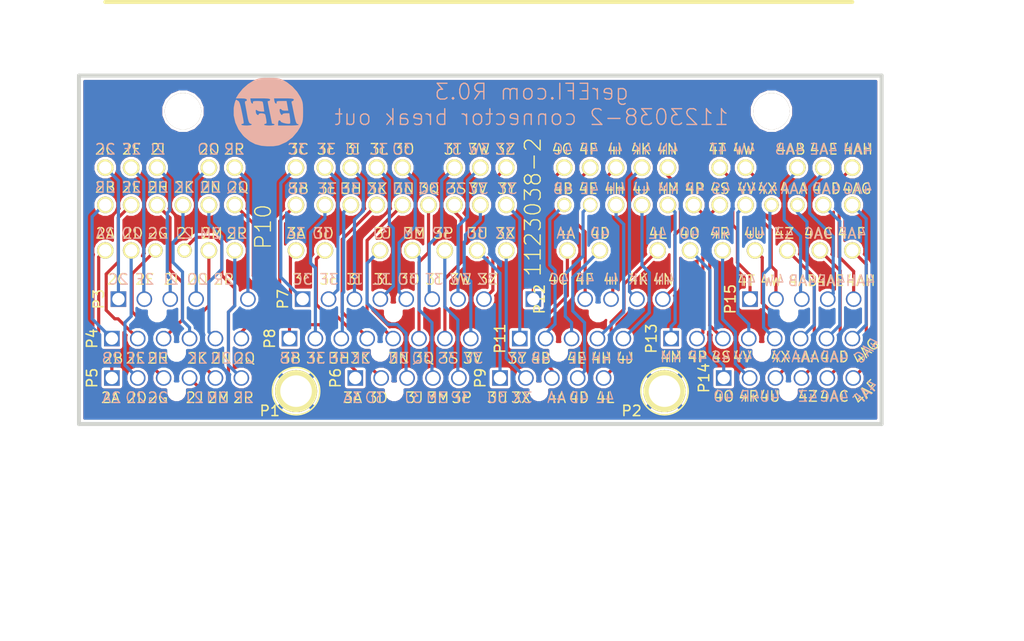
<source format=kicad_pcb>
(kicad_pcb (version 4) (host pcbnew 4.0.5)
  (title_block (title "1123038-2 Connector breakout") (date 2017-03-19) (rev R0.4) (company gerEFI))
  (layers (0 F.Cu signal) (31 B.Cu signal) (34 B.Paste user) (35 F.Paste user) (36 B.SilkS user hide) (37 F.SilkS user) (38 B.Mask user) (39 F.Mask user) (44 Edge.Cuts user))
  (net 0 "")
  (net 1 GND)
  (net 2 /2C)
  (net 3 /2F)
  (net 4 /2I)
  (net 5 /20)
  (net 6 /2R)
  (net 7 /3C)
  (net 8 /3F)
  (net 9 /3I)
  (net 10 /3L)
  (net 11 /3O)
  (net 12 /3T)
  (net 13 /3W)
  (net 14 /3Z)
  (net 15 /2B)
  (net 16 /2E)
  (net 17 /3H)
  (net 18 /2K)
  (net 19 /2N)
  (net 20 /2Q)
  (net 21 /2A)
  (net 22 /2D)
  (net 23 /2G)
  (net 24 /2J)
  (net 25 /2M)
  (net 26 /2P)
  (net 27 /3A)
  (net 28 /3D)
  (net 29 /3J)
  (net 30 /3M)
  (net 31 /3P)
  (net 32 /3B)
  (net 33 /3E)
  (net 34 /3K)
  (net 35 /3N)
  (net 36 /3Q)
  (net 37 /3S)
  (net 38 /3V)
  (net 39 /3U)
  (net 40 /3X)
  (net 41 /4A)
  (net 42 /4D)
  (net 43 /4L)
  (net 44 /4C)
  (net 45 /4F)
  (net 46 /4I)
  (net 47 /4K)
  (net 48 /4N)
  (net 49 /4T)
  (net 50 /4W)
  (net 51 /4AB)
  (net 52 /4AE)
  (net 53 /4AH)
  (net 54 /3Y)
  (net 55 /4B)
  (net 56 /4E)
  (net 57 /4H)
  (net 58 /4J)
  (net 59 /4M)
  (net 60 /4P)
  (net 61 /4S)
  (net 62 /4V)
  (net 63 /4AA)
  (net 64 /4AD)
  (net 65 /4AG)
  (net 66 /4O)
  (net 67 /4R)
  (net 68 /4U)
  (net 69 /4X)
  (net 70 /4AC)
  (net 71 /4AF)
  (net 72 /2H)
  (net 73 /4Z)
  (module Molex_NanoFit_1x05x2.50mm_Straight (layer F.Cu) (at 140.335 63.5)
    (fp_text reference P12 (at -1.905 0 90) (layer F.SilkS))
    (fp_text value CONN_01X05 hide)
    (pad 1 thru_hole rect (at -2.5 0) (size 1.5048 1.5048) (drill 1.2) (layers *.Cu *.Mask) (net 44 /4C))
    (pad 2 thru_hole circle (at 2.5 0) (size 1.5048 1.5048) (drill 1.2) (layers *.Cu *.Mask) (net 45 /4F))
    (pad 3 thru_hole circle (at 5 0) (size 1.5048 1.5048) (drill 1.2) (layers *.Cu *.Mask) (net 46 /4I))
    (pad 4 thru_hole circle (at 7.5 0) (size 1.5048 1.5048) (drill 1.2) (layers *.Cu *.Mask) (net 47 /4K))
    (pad 5 thru_hole circle (at 10 0) (size 1.5048 1.5048) (drill 1.2) (layers *.Cu *.Mask) (net 48 /4N))
    (pad "" np_thru_hole circle (at 3.75 1.34) (size 1.3 1.3) (drill 1.3) (layers *.Cu))
  )
  (module Molex_NanoFit_1x05x2.50mm_Straight (layer F.Cu) (at 97.79 63.5)
    (fp_text reference P3 (at -1.905 0 90) (layer F.SilkS))
    (fp_text value CONN_01X05 hide)
    (pad 1 thru_hole rect (at 0 0) (size 1.5048 1.5048) (drill 1.2) (layers *.Cu *.Mask) (net 2 /2C))
    (pad 2 thru_hole circle (at 2.5 0) (size 1.5048 1.5048) (drill 1.2) (layers *.Cu *.Mask) (net 3 /2F))
    (pad 3 thru_hole circle (at 5 0) (size 1.5048 1.5048) (drill 1.2) (layers *.Cu *.Mask) (net 4 /2I))
    (pad 4 thru_hole circle (at 7.5 0) (size 1.5048 1.5048) (drill 1.2) (layers *.Cu *.Mask) (net 5 /20))
    (pad 5 thru_hole circle (at 12.5 0) (size 1.5048 1.5048) (drill 1.2) (layers *.Cu *.Mask) (net 6 /2R))
    (pad "" np_thru_hole circle (at 3.75 1.34) (size 1.3 1.3) (drill 1.3) (layers *.Cu))
  )
  (module 1123038-2 (layer F.Cu) (at 96.52 50.8)
    (fp_text reference P10 (at 15.24 5.715 90) (layer F.SilkS) (effects (font (thickness 0.127))))
    (fp_text value 1123038-2 (at 41.275 3.81 270) (layer F.SilkS) (effects (font (thickness 0.127))))
    (pad 1 thru_hole circle (at 0 0) (size 1.6 1.6) (drill 1.2) (layers *.Cu *.Mask F.SilkS) (net 2 /2C))
    (pad 2 thru_hole circle (at 2.5 0) (size 1.6 1.6) (drill 1.2) (layers *.Cu *.Mask F.SilkS) (net 3 /2F))
    (pad 3 thru_hole circle (at 5 0) (size 1.6 1.6) (drill 1.2) (layers *.Cu *.Mask F.SilkS) (net 4 /2I))
    (pad 4 thru_hole circle (at 10 0) (size 1.6 1.6) (drill 1.2) (layers *.Cu *.Mask F.SilkS) (net 5 /20))
    (pad 5 thru_hole circle (at 12.5 0) (size 1.6 1.6) (drill 1.2) (layers *.Cu *.Mask F.SilkS) (net 6 /2R))
    (pad 6 thru_hole circle (at 18.4 0) (size 1.6 1.6) (drill 1.2) (layers *.Cu *.Mask F.SilkS) (net 7 /3C))
    (pad 7 thru_hole circle (at 21.2 0) (size 1.6 1.6) (drill 1.2) (layers *.Cu *.Mask F.SilkS) (net 8 /3F))
    (pad 8 thru_hole circle (at 23.7 0) (size 1.6 1.6) (drill 1.2) (layers *.Cu *.Mask F.SilkS) (net 9 /3I))
    (pad 9 thru_hole circle (at 26.2 0) (size 1.6 1.6) (drill 1.2) (layers *.Cu *.Mask F.SilkS) (net 10 /3L))
    (pad 10 thru_hole circle (at 28.7 0) (size 1.6 1.6) (drill 1.2) (layers *.Cu *.Mask F.SilkS) (net 11 /3O))
    (pad 11 thru_hole circle (at 33.7 0) (size 1.6 1.6) (drill 1.2) (layers *.Cu *.Mask F.SilkS) (net 12 /3T))
    (pad 12 thru_hole circle (at 36.2 0) (size 1.6 1.6) (drill 1.2) (layers *.Cu *.Mask F.SilkS) (net 13 /3W))
    (pad 13 thru_hole circle (at 38.7 0) (size 1.6 1.6) (drill 1.2) (layers *.Cu *.Mask F.SilkS) (net 14 /3Z))
    (pad 14 thru_hole circle (at 44.3 0) (size 1.6 1.6) (drill 1.2) (layers *.Cu *.Mask F.SilkS) (net 44 /4C))
    (pad 15 thru_hole circle (at 46.8 0) (size 1.6 1.6) (drill 1.2) (layers *.Cu *.Mask F.SilkS) (net 45 /4F))
    (pad 16 thru_hole circle (at 49.3 0) (size 1.6 1.6) (drill 1.2) (layers *.Cu *.Mask F.SilkS) (net 46 /4I))
    (pad 17 thru_hole circle (at 51.8 0) (size 1.6 1.6) (drill 1.2) (layers *.Cu *.Mask F.SilkS) (net 47 /4K))
    (pad 18 thru_hole circle (at 54.3 0) (size 1.6 1.6) (drill 1.2) (layers *.Cu *.Mask F.SilkS) (net 48 /4N))
    (pad 19 thru_hole circle (at 59.3 0) (size 1.6 1.6) (drill 1.2) (layers *.Cu *.Mask F.SilkS) (net 49 /4T))
    (pad 20 thru_hole circle (at 61.8 0) (size 1.6 1.6) (drill 1.2) (layers *.Cu *.Mask F.SilkS) (net 50 /4W))
    (pad 21 thru_hole circle (at 66.8 0) (size 1.6 1.6) (drill 1.2) (layers *.Cu *.Mask F.SilkS) (net 51 /4AB))
    (pad 22 thru_hole circle (at 69.3 0) (size 1.6 1.6) (drill 1.2) (layers *.Cu *.Mask F.SilkS) (net 52 /4AE))
    (pad 23 thru_hole circle (at 72.1 0) (size 1.6 1.6) (drill 1.2) (layers *.Cu *.Mask F.SilkS) (net 53 /4AH))
    (pad 24 thru_hole circle (at 0 3.6) (size 1.6 1.6) (drill 1.2) (layers *.Cu *.Mask F.SilkS) (net 15 /2B))
    (pad 25 thru_hole circle (at 2.5 3.6) (size 1.6 1.6) (drill 1.2) (layers *.Cu *.Mask F.SilkS) (net 16 /2E))
    (pad 26 thru_hole circle (at 5 3.6) (size 1.6 1.6) (drill 1.2) (layers *.Cu *.Mask F.SilkS) (net 72 /2H))
    (pad 27 thru_hole circle (at 7.5 3.6) (size 1.6 1.6) (drill 1.2) (layers *.Cu *.Mask F.SilkS) (net 18 /2K))
    (pad 28 thru_hole circle (at 10 3.6) (size 1.6 1.6) (drill 1.2) (layers *.Cu *.Mask F.SilkS) (net 19 /2N))
    (pad 29 thru_hole circle (at 12.5 3.6) (size 1.6 1.6) (drill 1.2) (layers *.Cu *.Mask F.SilkS) (net 20 /2Q))
    (pad 30 thru_hole circle (at 18.4 3.6) (size 1.6 1.6) (drill 1.2) (layers *.Cu *.Mask F.SilkS) (net 32 /3B))
    (pad 31 thru_hole circle (at 21.2 3.6) (size 1.6 1.6) (drill 1.2) (layers *.Cu *.Mask F.SilkS) (net 33 /3E))
    (pad 32 thru_hole circle (at 23.7 3.6) (size 1.6 1.6) (drill 1.2) (layers *.Cu *.Mask F.SilkS) (net 17 /3H))
    (pad 33 thru_hole circle (at 26.2 3.6) (size 1.6 1.6) (drill 1.2) (layers *.Cu *.Mask F.SilkS) (net 34 /3K))
    (pad 34 thru_hole circle (at 28.7 3.6) (size 1.6 1.6) (drill 1.2) (layers *.Cu *.Mask F.SilkS) (net 35 /3N))
    (pad 35 thru_hole circle (at 31.2 3.6) (size 1.6 1.6) (drill 1.2) (layers *.Cu *.Mask F.SilkS) (net 36 /3Q))
    (pad 36 thru_hole circle (at 33.7 3.6) (size 1.6 1.6) (drill 1.2) (layers *.Cu *.Mask F.SilkS) (net 37 /3S))
    (pad 37 thru_hole circle (at 36.2 3.6) (size 1.6 1.6) (drill 1.2) (layers *.Cu *.Mask F.SilkS) (net 38 /3V))
    (pad 38 thru_hole circle (at 38.7 3.6) (size 1.6 1.6) (drill 1.2) (layers *.Cu *.Mask F.SilkS) (net 54 /3Y))
    (pad 39 thru_hole circle (at 44.3 3.6) (size 1.4 1.4) (drill 1) (layers *.Cu *.Mask F.SilkS) (net 55 /4B))
    (pad 40 thru_hole circle (at 46.8 3.6) (size 1.4 1.4) (drill 1.1) (layers *.Cu *.Mask F.SilkS) (net 56 /4E))
    (pad 41 thru_hole circle (at 49.3 3.6) (size 1.6 1.6) (drill 1.2) (layers *.Cu *.Mask F.SilkS) (net 57 /4H))
    (pad 42 thru_hole circle (at 51.8 3.6) (size 1.6 1.6) (drill 1.2) (layers *.Cu *.Mask F.SilkS) (net 58 /4J))
    (pad 43 thru_hole circle (at 54.3 3.6) (size 1.6 1.6) (drill 1.2) (layers *.Cu *.Mask F.SilkS) (net 59 /4M))
    (pad 44 thru_hole circle (at 56.8 3.6) (size 1.6 1.6) (drill 1.2) (layers *.Cu *.Mask F.SilkS) (net 60 /4P))
    (pad 45 thru_hole circle (at 59.3 3.6) (size 1.6 1.6) (drill 1.2) (layers *.Cu *.Mask F.SilkS) (net 61 /4S))
    (pad 46 thru_hole circle (at 61.8 3.6) (size 1.6 1.6) (drill 1.2) (layers *.Cu *.Mask F.SilkS) (net 62 /4V))
    (pad 47 thru_hole circle (at 64.3 3.6) (size 1.4 1.4) (drill 1) (layers *.Cu *.Mask F.SilkS) (net 69 /4X))
    (pad 48 thru_hole circle (at 66.8 3.6) (size 1.4 1.4) (drill 1) (layers *.Cu *.Mask F.SilkS) (net 63 /4AA))
    (pad 49 thru_hole circle (at 69.3 3.6) (size 1.6 1.6) (drill 1.2) (layers *.Cu *.Mask F.SilkS) (net 64 /4AD))
    (pad 50 thru_hole circle (at 72.1 3.6) (size 1.6 1.6) (drill 1.2) (layers *.Cu *.Mask F.SilkS) (net 65 /4AG))
    (pad 51 thru_hole circle (at 0 8) (size 1.6 1.6) (drill 1.2) (layers *.Cu *.Mask F.SilkS) (net 21 /2A))
    (pad 52 thru_hole circle (at 2.5 8) (size 1.6 1.6) (drill 1.2) (layers *.Cu *.Mask F.SilkS) (net 22 /2D))
    (pad 53 thru_hole circle (at 4.8476 8) (size 1.4 1.4) (drill 1) (layers *.Cu *.Mask F.SilkS) (net 23 /2G))
    (pad 54 thru_hole circle (at 7.6524 8) (size 1.4 1.4) (drill 1) (layers *.Cu *.Mask F.SilkS) (net 24 /2J))
    (pad 55 thru_hole circle (at 10 8) (size 1.6 1.6) (drill 1.2) (layers *.Cu *.Mask F.SilkS) (net 25 /2M))
    (pad 56 thru_hole circle (at 12.5 8) (size 1.6 1.6) (drill 1.2) (layers *.Cu *.Mask F.SilkS) (net 26 /2P))
    (pad 57 thru_hole circle (at 18.4 8) (size 1.6 1.6) (drill 1.2) (layers *.Cu *.Mask F.SilkS) (net 27 /3A))
    (pad 58 thru_hole circle (at 21.2 8) (size 1.6 1.6) (drill 1.2) (layers *.Cu *.Mask F.SilkS) (net 28 /3D))
    (pad 59 thru_hole circle (at 26.51 8) (size 1.6 1.6) (drill 1.2) (layers *.Cu *.Mask F.SilkS) (net 29 /3J))
    (pad 60 thru_hole circle (at 29.64 8) (size 1.6 1.6) (drill 1.2) (layers *.Cu *.Mask F.SilkS) (net 30 /3M))
    (pad 61 thru_hole circle (at 32.77 8) (size 1.6 1.6) (drill 1.2) (layers *.Cu *.Mask F.SilkS) (net 31 /3P))
    (pad 62 thru_hole circle (at 35.9 8) (size 1.6 1.6) (drill 1.2) (layers *.Cu *.Mask F.SilkS) (net 39 /3U))
    (pad 63 thru_hole circle (at 38.7 8) (size 1.6 1.6) (drill 1.2) (layers *.Cu *.Mask F.SilkS) (net 40 /3X))
    (pad 64 thru_hole circle (at 44.6 8) (size 1.6 1.6) (drill 1.2) (layers *.Cu *.Mask F.SilkS) (net 41 /4A))
    (pad 65 thru_hole circle (at 47.73 8) (size 1.6 1.6) (drill 1.2) (layers *.Cu *.Mask F.SilkS) (net 42 /4D))
    (pad 66 thru_hole circle (at 53.32 8) (size 1.6 1.6) (drill 1.2) (layers *.Cu *.Mask F.SilkS) (net 43 /4L))
    (pad 67 thru_hole circle (at 56.45 8) (size 1.6 1.6) (drill 1.2) (layers *.Cu *.Mask F.SilkS) (net 66 /4O))
    (pad 68 thru_hole circle (at 59.58 8) (size 1.6 1.6) (drill 1.2) (layers *.Cu *.Mask F.SilkS) (net 67 /4R))
    (pad 69 thru_hole circle (at 62.71 8) (size 1.6 1.6) (drill 1.2) (layers *.Cu *.Mask F.SilkS) (net 68 /4U))
    (pad 70 thru_hole circle (at 65.84 8) (size 1.6 1.6) (drill 1.2) (layers *.Cu *.Mask F.SilkS) (net 73 /4Z))
    (pad 71 thru_hole circle (at 68.97 8) (size 1.6 1.6) (drill 1.2) (layers *.Cu *.Mask F.SilkS) (net 70 /4AC))
    (pad 72 thru_hole circle (at 72.1 8) (size 1.6 1.6) (drill 1.2) (layers *.Cu *.Mask F.SilkS) (net 71 /4AF))
    (pad "" thru_hole circle (at 64.3 -5.45) (size 3.5 3.5) (drill 3.5) (layers *.Cu *.Mask F.SilkS))
    (pad "" thru_hole circle (at 7.5 -5.45) (size 3.5 3.5) (drill 3.5) (layers *.Cu *.Mask F.SilkS))
  )
  (module Molex_NanoFit_1x06x2.50mm_Straight (layer F.Cu) (at 156.21 71.12)
    (fp_text reference P14 (at -1.905 0 90) (layer F.SilkS))
    (fp_text value CONN_01X06 hide)
    (pad 1 thru_hole rect (at 0 0) (size 1.5048 1.5048) (drill 1.2) (layers *.Cu *.Mask) (net 66 /4O))
    (pad 2 thru_hole circle (at 2.5 0) (size 1.5048 1.5048) (drill 1.2) (layers *.Cu *.Mask) (net 67 /4R))
    (pad 3 thru_hole circle (at 5 0) (size 1.5048 1.5048) (drill 1.2) (layers *.Cu *.Mask) (net 68 /4U))
    (pad 4 thru_hole circle (at 7.5 0) (size 1.5048 1.5048) (drill 1.2) (layers *.Cu *.Mask) (net 73 /4Z))
    (pad 5 thru_hole circle (at 10 0) (size 1.5048 1.5048) (drill 1.2) (layers *.Cu *.Mask) (net 70 /4AC))
    (pad 6 thru_hole circle (at 12.5 0) (size 1.5048 1.5048) (drill 1.2) (layers *.Cu *.Mask) (net 71 /4AF))
    (pad "" np_thru_hole circle (at 6.25 1.34) (size 1.3 1.3) (drill 1.3) (layers *.Cu))
  )
  (module Molex_NanoFit_1x05x2.50mm_Straight (layer F.Cu) (at 158.75 63.5)
    (fp_text reference P15 (at -1.905 0 90) (layer F.SilkS))
    (fp_text value CONN_01X05 hide)
    (pad 1 thru_hole rect (at 0 0) (size 1.5048 1.5048) (drill 1.2) (layers *.Cu *.Mask) (net 49 /4T))
    (pad 2 thru_hole circle (at 2.5 0) (size 1.5048 1.5048) (drill 1.2) (layers *.Cu *.Mask) (net 50 /4W))
    (pad 3 thru_hole circle (at 5 0) (size 1.5048 1.5048) (drill 1.2) (layers *.Cu *.Mask) (net 51 /4AB))
    (pad 4 thru_hole circle (at 7.5 0) (size 1.5048 1.5048) (drill 1.2) (layers *.Cu *.Mask) (net 52 /4AE))
    (pad 5 thru_hole circle (at 10 0) (size 1.5048 1.5048) (drill 1.2) (layers *.Cu *.Mask) (net 53 /4AH))
    (pad "" np_thru_hole circle (at 3.75 1.34) (size 1.3 1.3) (drill 1.3) (layers *.Cu))
  )
  (module Molex_NanoFit_1x08x2.50mm_Straight (layer F.Cu) (at 151.13 67.31)
    (fp_text reference P13 (at -1.905 0 90) (layer F.SilkS))
    (fp_text value CONN_01X08 hide)
    (pad 1 thru_hole rect (at 0 0) (size 1.5048 1.5048) (drill 1.2) (layers *.Cu *.Mask) (net 59 /4M))
    (pad 2 thru_hole circle (at 2.5 0) (size 1.5048 1.5048) (drill 1.2) (layers *.Cu *.Mask) (net 60 /4P))
    (pad 3 thru_hole circle (at 5 0) (size 1.5048 1.5048) (drill 1.2) (layers *.Cu *.Mask) (net 61 /4S))
    (pad 4 thru_hole circle (at 7.5 0) (size 1.5048 1.5048) (drill 1.2) (layers *.Cu *.Mask) (net 62 /4V))
    (pad 5 thru_hole circle (at 10 0) (size 1.5048 1.5048) (drill 1.2) (layers *.Cu *.Mask) (net 69 /4X))
    (pad 6 thru_hole circle (at 12.5 0) (size 1.5048 1.5048) (drill 1.2) (layers *.Cu *.Mask) (net 63 /4AA))
    (pad 7 thru_hole circle (at 15 0) (size 1.5048 1.5048) (drill 1.2) (layers *.Cu *.Mask) (net 64 /4AD))
    (pad 8 thru_hole circle (at 17.5 0) (size 1.5048 1.5048) (drill 1.2) (layers *.Cu *.Mask) (net 65 /4AG))
    (pad "" np_thru_hole circle (at 8.75 1.34) (size 1.3 1.3) (drill 1.3) (layers *.Cu))
  )
  (module Molex_NanoFit_1x05x2.50mm_Straight (layer F.Cu) (at 134.62 71.12)
    (fp_text reference P9 (at -1.905 0 90) (layer F.SilkS))
    (fp_text value CONN_01X05 hide)
    (pad 1 thru_hole rect (at 0 0) (size 1.5048 1.5048) (drill 1.2) (layers *.Cu *.Mask) (net 39 /3U))
    (pad 2 thru_hole circle (at 2.5 0) (size 1.5048 1.5048) (drill 1.2) (layers *.Cu *.Mask) (net 40 /3X))
    (pad 3 thru_hole circle (at 5 0) (size 1.5048 1.5048) (drill 1.2) (layers *.Cu *.Mask) (net 41 /4A))
    (pad 4 thru_hole circle (at 7.5 0) (size 1.5048 1.5048) (drill 1.2) (layers *.Cu *.Mask) (net 42 /4D))
    (pad 5 thru_hole circle (at 10 0) (size 1.5048 1.5048) (drill 1.2) (layers *.Cu *.Mask) (net 43 /4L))
    (pad "" np_thru_hole circle (at 3.75 1.34) (size 1.3 1.3) (drill 1.3) (layers *.Cu))
  )
  (module Molex_NanoFit_1x05x2.50mm_Straight (layer F.Cu) (at 136.525 67.31)
    (fp_text reference P11 (at -1.905 0 90) (layer F.SilkS))
    (fp_text value CONN_01X05 hide)
    (pad 1 thru_hole rect (at 0 0) (size 1.5048 1.5048) (drill 1.2) (layers *.Cu *.Mask) (net 54 /3Y))
    (pad 2 thru_hole circle (at 2.5 0) (size 1.5048 1.5048) (drill 1.2) (layers *.Cu *.Mask) (net 55 /4B))
    (pad 3 thru_hole circle (at 5 0) (size 1.5048 1.5048) (drill 1.2) (layers *.Cu *.Mask) (net 56 /4E))
    (pad 4 thru_hole circle (at 7.5 0) (size 1.5048 1.5048) (drill 1.2) (layers *.Cu *.Mask) (net 57 /4H))
    (pad 5 thru_hole circle (at 10 0) (size 1.5048 1.5048) (drill 1.2) (layers *.Cu *.Mask) (net 58 /4J))
    (pad "" np_thru_hole circle (at 3.75 1.34) (size 1.3 1.3) (drill 1.3) (layers *.Cu))
  )
  (module Molex_NanoFit_1x05x2.50mm_Straight (layer F.Cu) (at 120.65 71.12)
    (fp_text reference P6 (at -1.905 0 90) (layer F.SilkS))
    (fp_text value CONN_01X05 hide)
    (pad 1 thru_hole rect (at 0 0) (size 1.5048 1.5048) (drill 1.2) (layers *.Cu *.Mask) (net 27 /3A))
    (pad 2 thru_hole circle (at 2.5 0) (size 1.5048 1.5048) (drill 1.2) (layers *.Cu *.Mask) (net 28 /3D))
    (pad 3 thru_hole circle (at 5 0) (size 1.5048 1.5048) (drill 1.2) (layers *.Cu *.Mask) (net 29 /3J))
    (pad 4 thru_hole circle (at 7.5 0) (size 1.5048 1.5048) (drill 1.2) (layers *.Cu *.Mask) (net 30 /3M))
    (pad 5 thru_hole circle (at 10 0) (size 1.5048 1.5048) (drill 1.2) (layers *.Cu *.Mask) (net 31 /3P))
    (pad "" np_thru_hole circle (at 3.75 1.34) (size 1.3 1.3) (drill 1.3) (layers *.Cu))
  )
  (module Molex_NanoFit_1x08x2.50mm_Straight (layer F.Cu) (at 114.3 67.31)
    (fp_text reference P8 (at -1.905 0 270) (layer F.SilkS))
    (fp_text value CONN_01X08 hide)
    (pad 1 thru_hole rect (at 0 0) (size 1.5048 1.5048) (drill 1.2) (layers *.Cu *.Mask) (net 32 /3B))
    (pad 2 thru_hole circle (at 2.5 0) (size 1.5048 1.5048) (drill 1.2) (layers *.Cu *.Mask) (net 33 /3E))
    (pad 3 thru_hole circle (at 5 0) (size 1.5048 1.5048) (drill 1.2) (layers *.Cu *.Mask) (net 17 /3H))
    (pad 4 thru_hole circle (at 7.5 0) (size 1.5048 1.5048) (drill 1.2) (layers *.Cu *.Mask) (net 34 /3K))
    (pad 5 thru_hole circle (at 10 0) (size 1.5048 1.5048) (drill 1.2) (layers *.Cu *.Mask) (net 35 /3N))
    (pad 6 thru_hole circle (at 12.5 0) (size 1.5048 1.5048) (drill 1.2) (layers *.Cu *.Mask) (net 36 /3Q))
    (pad 7 thru_hole circle (at 15 0) (size 1.5048 1.5048) (drill 1.2) (layers *.Cu *.Mask) (net 37 /3S))
    (pad 8 thru_hole circle (at 17.5 0) (size 1.5048 1.5048) (drill 1.2) (layers *.Cu *.Mask) (net 38 /3V))
    (pad "" np_thru_hole circle (at 8.75 1.34) (size 1.3 1.3) (drill 1.3) (layers *.Cu))
  )
  (module Molex_NanoFit_1x08x2.50mm_Straight (layer F.Cu) (at 115.57 63.5)
    (fp_text reference P7 (at -1.905 0 90) (layer F.SilkS))
    (fp_text value CONN_01X08 hide)
    (pad 1 thru_hole rect (at 0 0) (size 1.5048 1.5048) (drill 1.2) (layers *.Cu *.Mask) (net 7 /3C))
    (pad 2 thru_hole circle (at 2.5 0) (size 1.5048 1.5048) (drill 1.2) (layers *.Cu *.Mask) (net 8 /3F))
    (pad 3 thru_hole circle (at 5 0) (size 1.5048 1.5048) (drill 1.2) (layers *.Cu *.Mask) (net 9 /3I))
    (pad 4 thru_hole circle (at 7.5 0) (size 1.5048 1.5048) (drill 1.2) (layers *.Cu *.Mask) (net 10 /3L))
    (pad 5 thru_hole circle (at 10 0) (size 1.5048 1.5048) (drill 1.2) (layers *.Cu *.Mask) (net 11 /3O))
    (pad 6 thru_hole circle (at 12.5 0) (size 1.5048 1.5048) (drill 1.2) (layers *.Cu *.Mask) (net 12 /3T))
    (pad 7 thru_hole circle (at 15 0) (size 1.5048 1.5048) (drill 1.2) (layers *.Cu *.Mask) (net 13 /3W))
    (pad 8 thru_hole circle (at 17.5 0) (size 1.5048 1.5048) (drill 1.2) (layers *.Cu *.Mask) (net 14 /3Z))
    (pad "" np_thru_hole circle (at 8.75 1.34) (size 1.3 1.3) (drill 1.3) (layers *.Cu))
  )
  (module Molex_NanoFit_1x06x2.50mm_Straight (layer F.Cu) (at 97.155 71.12)
    (fp_text reference P5 (at -1.905 0 90) (layer F.SilkS))
    (fp_text value CONN_01X06 hide)
    (pad 1 thru_hole rect (at 0 0) (size 1.5048 1.5048) (drill 1.2) (layers *.Cu *.Mask) (net 21 /2A))
    (pad 2 thru_hole circle (at 2.5 0) (size 1.5048 1.5048) (drill 1.2) (layers *.Cu *.Mask) (net 22 /2D))
    (pad 3 thru_hole circle (at 5 0) (size 1.5048 1.5048) (drill 1.2) (layers *.Cu *.Mask) (net 23 /2G))
    (pad 4 thru_hole circle (at 7.5 0) (size 1.5048 1.5048) (drill 1.2) (layers *.Cu *.Mask) (net 24 /2J))
    (pad 5 thru_hole circle (at 10 0) (size 1.5048 1.5048) (drill 1.2) (layers *.Cu *.Mask) (net 25 /2M))
    (pad 6 thru_hole circle (at 12.5 0) (size 1.5048 1.5048) (drill 1.2) (layers *.Cu *.Mask) (net 26 /2P))
    (pad "" np_thru_hole circle (at 6.25 1.34) (size 1.3 1.3) (drill 1.3) (layers *.Cu))
  )
  (module Molex_NanoFit_1x06x2.50mm_Straight (layer F.Cu) (at 97.155 67.31)
    (fp_text reference P4 (at -1.905 0 90) (layer F.SilkS))
    (fp_text value CONN_01X06 hide)
    (pad 1 thru_hole rect (at 0 0) (size 1.5048 1.5048) (drill 1.2) (layers *.Cu *.Mask) (net 15 /2B))
    (pad 2 thru_hole circle (at 2.5 0) (size 1.5048 1.5048) (drill 1.2) (layers *.Cu *.Mask) (net 16 /2E))
    (pad 3 thru_hole circle (at 5 0) (size 1.5048 1.5048) (drill 1.2) (layers *.Cu *.Mask) (net 72 /2H))
    (pad 4 thru_hole circle (at 7.5 0) (size 1.5048 1.5048) (drill 1.2) (layers *.Cu *.Mask) (net 18 /2K))
    (pad 5 thru_hole circle (at 10 0) (size 1.5048 1.5048) (drill 1.2) (layers *.Cu *.Mask) (net 19 /2N))
    (pad 6 thru_hole circle (at 12.5 0) (size 1.5048 1.5048) (drill 1.2) (layers *.Cu *.Mask) (net 20 /2Q))
    (pad "" np_thru_hole circle (at 6.25 1.34) (size 1.3 1.3) (drill 1.3) (layers *.Cu))
  )
  (module 1pin (layer F.Cu) (at 114.935 72.39)
    (fp_text reference P1 (at -2.54 1.905) (layer F.SilkS))
    (fp_text value CONN_1 hide)
    (pad 1 thru_hole circle (at 0 0) (size 4.064 4.064) (drill 3.048) (layers *.Cu *.Mask F.SilkS) (net 1 GND))
  )
  (module 1pin (layer F.Cu) (at 150.495 72.39)
    (fp_text reference P2 (at -3.175 1.905) (layer F.SilkS))
    (fp_text value CONN_1 hide)
    (pad 1 thru_hole circle (at 0 0) (size 4.064 4.064) (drill 3.048) (layers *.Cu *.Mask F.SilkS) (net 1 GND))
  )
  (module logo:LOGO (layer B.Cu) (at 112.268 45.466 180)
    (fp_text reference G1 hide)
    (fp_text value LOGO hide)
  )
  (gr_text 2C (at 96.52 49.022) (layer F.SilkS) (effects (font (size 1.016 1.016) (thickness 0.127))))
  (gr_text 2C (at 97.663 61.595) (layer F.SilkS) (effects (font (size 1.016 1.016) (thickness 0.127))))
  (gr_text 2B (at 96.52 52.705) (layer F.SilkS) (effects (font (size 1.016 1.016) (thickness 0.127))))
  (gr_text 2A (at 96.52 57.15) (layer F.SilkS) (effects (font (size 1.016 1.016) (thickness 0.127))))
  (gr_text 2B (at 97.282 69.215) (layer F.SilkS) (effects (font (size 1.016 1.016) (thickness 0.127))))
  (gr_text 2A (at 97.028 73.025) (layer F.SilkS) (effects (font (size 1.016 1.016) (thickness 0.127))))
  (gr_text 2F (at 100.33 61.595) (layer F.SilkS) (effects (font (size 1.016 1.016) (thickness 0.127))))
  (gr_text 2I (at 102.87 61.595) (layer F.SilkS) (effects (font (size 1.016 1.016) (thickness 0.127))))
  (gr_text 2O (at 105.41 61.595) (layer F.SilkS) (effects (font (size 1.016 1.016) (thickness 0.127))))
  (gr_text 2R (at 107.95 61.595) (layer F.SilkS) (effects (font (size 1.016 1.016) (thickness 0.127))))
  (gr_text 2E (at 99.441 69.215) (layer F.SilkS) (effects (font (size 1.016 1.016) (thickness 0.127))))
  (gr_text 2H (at 101.6 69.215) (layer F.SilkS) (effects (font (size 1.016 1.016) (thickness 0.127))))
  (gr_text 2K (at 105.41 69.215) (layer F.SilkS) (effects (font (size 1.016 1.016) (thickness 0.127))))
  (gr_text 2N (at 107.696 69.215) (layer F.SilkS) (effects (font (size 1.016 1.016) (thickness 0.127))))
  (gr_text 2Q (at 109.982 69.215) (layer F.SilkS) (effects (font (size 1.016 1.016) (thickness 0.127))))
  (gr_text 2D (at 99.568 73.025) (layer F.SilkS) (effects (font (size 1.016 1.016) (thickness 0.127))))
  (gr_text 2G (at 101.6 73.025) (layer F.SilkS) (effects (font (size 1.016 1.016) (thickness 0.127))))
  (gr_text 2J (at 105.156 73.025) (layer F.SilkS) (effects (font (size 1.016 1.016) (thickness 0.127))))
  (gr_text 2M (at 107.442 73.025) (layer F.SilkS) (effects (font (size 1.016 1.016) (thickness 0.127))))
  (gr_text 2P (at 109.855 73.025) (layer F.SilkS) (effects (font (size 1.016 1.016) (thickness 0.127))))
  (gr_text 4O (at 152.908 57.15) (layer F.SilkS) (effects (font (size 1.016 1.016) (thickness 0.127))))
  (gr_text 4L (at 149.86 57.15) (layer F.SilkS) (effects (font (size 1.016 1.016) (thickness 0.127))))
  (gr_text 4D (at 144.272 57.15) (layer F.SilkS) (effects (font (size 1.016 1.016) (thickness 0.127))))
  (gr_text 3S (at 130.429 52.832) (layer F.SilkS) (effects (font (size 1.016 1.016) (thickness 0.127))))
  (gr_text 3V (at 132.461 52.832) (layer F.SilkS) (effects (font (size 1.016 1.016) (thickness 0.127))))
  (gr_text 3Y (at 135.255 52.832) (layer F.SilkS) (effects (font (size 1.016 1.016) (thickness 0.127))))
  (gr_text 3P (at 130.937 73.025) (layer F.SilkS) (effects (font (size 1.016 1.016) (thickness 0.127))))
  (gr_text 3M (at 128.651 73.025) (layer F.SilkS) (effects (font (size 1.016 1.016) (thickness 0.127))))
  (gr_text 3J (at 126.365 73.025) (layer F.SilkS) (effects (font (size 1.016 1.016) (thickness 0.127))))
  (gr_text 3D (at 122.809 73.025) (layer F.SilkS) (effects (font (size 1.016 1.016) (thickness 0.127))))
  (gr_text 3A (at 120.396 73.025) (layer F.SilkS) (effects (font (size 1.016 1.016) (thickness 0.127))))
  (gr_text 3Q (at 127.254 69.215) (layer F.SilkS) (effects (font (size 1.016 1.016) (thickness 0.127))))
  (gr_text 3N (at 124.841 69.215) (layer F.SilkS) (effects (font (size 1.016 1.016) (thickness 0.127))))
  (gr_text 3K (at 121.158 69.215) (layer F.SilkS) (effects (font (size 1.016 1.016) (thickness 0.127))))
  (gr_text 3H (at 119.126 69.215) (layer F.SilkS) (effects (font (size 1.016 1.016) (thickness 0.127))))
  (gr_text 3E (at 116.84 69.215) (layer F.SilkS) (effects (font (size 1.016 1.016) (thickness 0.127))))
  (gr_text 3B (at 114.427 69.215) (layer F.SilkS) (effects (font (size 1.016 1.016) (thickness 0.127))))
  (gr_text 3T (at 128.27 61.595) (layer F.SilkS) (effects (font (size 1.016 1.016) (thickness 0.127))))
  (gr_text 3O (at 125.857 61.595) (layer F.SilkS) (effects (font (size 1.016 1.016) (thickness 0.127))))
  (gr_text 3L (at 123.317 61.595) (layer F.SilkS) (effects (font (size 1.016 1.016) (thickness 0.127))))
  (gr_text 3I (at 120.523 61.595) (layer F.SilkS) (effects (font (size 1.016 1.016) (thickness 0.127))))
  (gr_text 3F (at 118.11 61.595) (layer F.SilkS) (effects (font (size 1.016 1.016) (thickness 0.127))))
  (gr_text 3C (at 115.57 61.595) (layer F.SilkS) (effects (font (size 1.016 1.016) (thickness 0.127))))
  (gr_text 4L (at 144.78 73.025) (layer F.SilkS) (effects (font (size 1.016 1.016) (thickness 0.127))))
  (gr_text 4D (at 142.24 73.025) (layer F.SilkS) (effects (font (size 1.016 1.016) (thickness 0.127))))
  (gr_text 4A (at 140.081 73.025) (layer F.SilkS) (effects (font (size 1.016 1.016) (thickness 0.127))))
  (gr_text 3X (at 136.652 73.025) (layer F.SilkS) (effects (font (size 1.016 1.016) (thickness 0.127))))
  (gr_text 3U (at 134.366 73.025) (layer F.SilkS) (effects (font (size 1.016 1.016) (thickness 0.127))))
  (gr_text 4AD (at 166.878 69.088) (layer F.SilkS) (effects (font (size 1.016 1.016) (thickness 0.127))))
  (gr_text 4J (at 146.685 69.215) (layer F.SilkS) (effects (font (size 1.016 1.016) (thickness 0.127))))
  (gr_text 4H (at 144.399 69.215) (layer F.SilkS) (effects (font (size 1.016 1.016) (thickness 0.127))))
  (gr_text 4E (at 141.986 69.215) (layer F.SilkS) (effects (font (size 1.016 1.016) (thickness 0.127))))
  (gr_text 4B (at 138.557 69.215) (layer F.SilkS) (effects (font (size 1.016 1.016) (thickness 0.127))))
  (gr_text 3Y (at 136.271 69.215) (layer F.SilkS) (effects (font (size 1.016 1.016) (thickness 0.127))))
  (gr_text 3V (at 131.953 69.215) (layer F.SilkS) (effects (font (size 1.016 1.016) (thickness 0.127))))
  (gr_text 3S (at 129.667 69.215) (layer F.SilkS) (effects (font (size 1.016 1.016) (thickness 0.127))))
  (gr_text 3Z (at 133.477 61.595) (layer F.SilkS) (effects (font (size 1.016 1.016) (thickness 0.127))))
  (gr_text 3W (at 130.81 61.595) (layer F.SilkS) (effects (font (size 1.016 1.016) (thickness 0.127))))
  (gr_text 4AF (at 169.926 72.517 45) (layer F.SilkS) (effects (font (size 1.016 1.016) (thickness 0.127))))
  (gr_text 4AC (at 166.878 72.898) (layer F.SilkS) (effects (font (size 1.016 1.016) (thickness 0.127))))
  (gr_text 4Z (at 164.338 72.898) (layer F.SilkS) (effects (font (size 1.016 1.016) (thickness 0.127))))
  (gr_text 4U (at 160.655 72.898) (layer F.SilkS) (effects (font (size 1.016 1.016) (thickness 0.127))))
  (gr_text 4R (at 158.623 72.898) (layer F.SilkS) (effects (font (size 1.016 1.016) (thickness 0.127))))
  (gr_text 4O (at 156.21 72.898) (layer F.SilkS) (effects (font (size 1.016 1.016) (thickness 0.127))))
  (gr_text 4N (at 150.368 61.595) (layer F.SilkS) (effects (font (size 1.016 1.016) (thickness 0.127))))
  (gr_text 4K (at 147.955 61.595) (layer F.SilkS) (effects (font (size 1.016 1.016) (thickness 0.127))))
  (gr_text 4I (at 145.288 61.595) (layer F.SilkS) (effects (font (size 1.016 1.016) (thickness 0.127))))
  (gr_text 4F (at 142.748 61.595) (layer F.SilkS) (effects (font (size 1.016 1.016) (thickness 0.127))))
  (gr_text 4C (at 140.208 61.595) (layer F.SilkS) (effects (font (size 1.016 1.016) (thickness 0.127))))
  (gr_text 4AH (at 169.418 61.722) (layer F.SilkS) (effects (font (size 1.016 1.016) (thickness 0.127))))
  (gr_text 4AE (at 166.497 61.722) (layer F.SilkS) (effects (font (size 1.016 1.016) (thickness 0.127))))
  (gr_text 4AB (at 163.83 61.722) (layer F.SilkS) (effects (font (size 1.016 1.016) (thickness 0.127))))
  (gr_text 4W (at 160.782 61.722) (layer F.SilkS) (effects (font (size 1.016 1.016) (thickness 0.127))))
  (gr_text 4T (at 158.369 61.722) (layer F.SilkS) (effects (font (size 1.016 1.016) (thickness 0.127))))
  (gr_text 4AG (at 169.926 68.58 45) (layer F.SilkS) (effects (font (size 1.016 1.016) (thickness 0.127))))
  (gr_text 4AA (at 164.084 69.088) (layer F.SilkS) (effects (font (size 1.016 1.016) (thickness 0.127))))
  (gr_text 4X (at 161.671 69.088) (layer F.SilkS) (effects (font (size 1.016 1.016) (thickness 0.127))))
  (gr_text 4V (at 157.988 69.088) (layer F.SilkS) (effects (font (size 1.016 1.016) (thickness 0.127))))
  (gr_text 4S (at 155.956 69.088) (layer F.SilkS) (effects (font (size 1.016 1.016) (thickness 0.127))))
  (gr_text 4P (at 153.67 69.088) (layer F.SilkS) (effects (font (size 1.016 1.016) (thickness 0.127))))
  (gr_text 4M (at 151.13 69.088) (layer F.SilkS) (effects (font (size 1.016 1.016) (thickness 0.127))))
  (gr_text 3A (at 114.935 57.15) (layer F.SilkS) (effects (font (size 1.016 1.016) (thickness 0.127))))
  (gr_text 2P (at 109.22 57.15) (layer F.SilkS) (effects (font (size 1.016 1.016) (thickness 0.127))))
  (gr_text 2M (at 106.807 57.15) (layer F.SilkS) (effects (font (size 1.016 1.016) (thickness 0.127))))
  (gr_text 2J (at 104.267 57.15) (layer F.SilkS) (effects (font (size 1.016 1.016) (thickness 0.127))))
  (gr_text 2G (at 101.6 57.15) (layer F.SilkS) (effects (font (size 1.016 1.016) (thickness 0.127))))
  (gr_text 2D (at 99.187 57.15) (layer F.SilkS) (effects (font (size 1.016 1.016) (thickness 0.127))))
  (gr_text 3J (at 123.317 57.15) (layer F.SilkS) (effects (font (size 1.016 1.016) (thickness 0.127))))
  (gr_text 2Q (at 109.347 52.705) (layer F.SilkS) (effects (font (size 1.016 1.016) (thickness 0.127))))
  (gr_text 2N (at 106.68 52.705) (layer F.SilkS) (effects (font (size 1.016 1.016) (thickness 0.127))))
  (gr_text 2K (at 104.14 52.705) (layer F.SilkS) (effects (font (size 1.016 1.016) (thickness 0.127))))
  (gr_text 2H (at 101.6 52.705) (layer F.SilkS) (effects (font (size 1.016 1.016) (thickness 0.127))))
  (gr_text 2E (at 99.06 52.705) (layer F.SilkS) (effects (font (size 1.016 1.016) (thickness 0.127))))
  (gr_text 3M (at 126.365 57.15) (layer F.SilkS) (effects (font (size 1.016 1.016) (thickness 0.127))))
  (gr_text 2R (at 108.966 49.022) (layer F.SilkS) (effects (font (size 1.016 1.016) (thickness 0.127))))
  (gr_text 2O (at 106.553 49.022) (layer F.SilkS) (effects (font (size 1.016 1.016) (thickness 0.127))))
  (gr_text 3D (at 117.602 57.15) (layer F.SilkS) (effects (font (size 1.016 1.016) (thickness 0.127))))
  (gr_text 2I (at 101.6 49.022) (layer F.SilkS) (effects (font (size 1.016 1.016) (thickness 0.127))))
  (gr_text 2F (at 99.06 49.022) (layer F.SilkS) (effects (font (size 1.016 1.016) (thickness 0.127))))
  (gr_text 3T (at 130.048 49.022) (layer F.SilkS) (effects (font (size 1.016 1.016) (thickness 0.127))))
  (gr_text 3O (at 125.349 49.022) (layer F.SilkS) (effects (font (size 1.016 1.016) (thickness 0.127))))
  (gr_text 3L (at 122.936 49.022) (layer F.SilkS) (effects (font (size 1.016 1.016) (thickness 0.127))))
  (gr_text 3I (at 120.396 49.022) (layer F.SilkS) (effects (font (size 1.016 1.016) (thickness 0.127))))
  (gr_text 3F (at 117.856 49.022) (layer F.SilkS) (effects (font (size 1.016 1.016) (thickness 0.127))))
  (gr_text 3C (at 115.189 49.022) (layer F.SilkS) (effects (font (size 1.016 1.016) (thickness 0.127))))
  (gr_text 3Q (at 127.762 52.832) (layer F.SilkS) (effects (font (size 1.016 1.016) (thickness 0.127))))
  (gr_text 3N (at 125.349 52.832) (layer F.SilkS) (effects (font (size 1.016 1.016) (thickness 0.127))))
  (gr_text 3K (at 122.809 52.832) (layer F.SilkS) (effects (font (size 1.016 1.016) (thickness 0.127))))
  (gr_text 3H (at 120.269 52.832) (layer F.SilkS) (effects (font (size 1.016 1.016) (thickness 0.127))))
  (gr_text 3E (at 117.983 52.832) (layer F.SilkS) (effects (font (size 1.016 1.016) (thickness 0.127))))
  (gr_text 3B (at 115.189 52.832) (layer F.SilkS) (effects (font (size 1.016 1.016) (thickness 0.127))))
  (gr_text 4AH (at 169.164 49.022) (layer F.SilkS) (effects (font (size 1.016 1.016) (thickness 0.127))))
  (gr_text 4AE (at 165.862 49.022) (layer F.SilkS) (effects (font (size 1.016 1.016) (thickness 0.127))))
  (gr_text 4AB (at 162.687 49.022) (layer F.SilkS) (effects (font (size 1.016 1.016) (thickness 0.127))))
  (gr_text 3Z (at 135.128 49.022) (layer F.SilkS) (effects (font (size 1.016 1.016) (thickness 0.127))))
  (gr_text 4W (at 158.115 49.022) (layer F.SilkS) (effects (font (size 1.016 1.016) (thickness 0.127))))
  (gr_text 4T (at 155.575 49.022) (layer F.SilkS) (effects (font (size 1.016 1.016) (thickness 0.127))))
  (gr_text 4AG (at 169.037 52.832) (layer F.SilkS) (effects (font (size 1.016 1.016) (thickness 0.127))))
  (gr_text 4AD (at 166.116 52.832) (layer F.SilkS) (effects (font (size 1.016 1.016) (thickness 0.127))))
  (gr_text 4AA (at 162.941 52.832) (layer F.SilkS) (effects (font (size 1.016 1.016) (thickness 0.127))))
  (gr_text 4X (at 160.401 52.832) (layer F.SilkS) (effects (font (size 1.016 1.016) (thickness 0.127))))
  (gr_text 4V (at 158.369 52.832) (layer F.SilkS) (effects (font (size 1.016 1.016) (thickness 0.127))))
  (gr_text 4S (at 155.829 52.832) (layer F.SilkS) (effects (font (size 1.016 1.016) (thickness 0.127))))
  (gr_text 4AF (at 168.529 57.15) (layer F.SilkS) (effects (font (size 1.016 1.016) (thickness 0.127))))
  (gr_text 4AC (at 165.354 57.15) (layer F.SilkS) (effects (font (size 1.016 1.016) (thickness 0.127))))
  (gr_text 4Z (at 162.052 57.15) (layer F.SilkS) (effects (font (size 1.016 1.016) (thickness 0.127))))
  (gr_text 4U (at 159.131 57.15) (layer F.SilkS) (effects (font (size 1.016 1.016) (thickness 0.127))))
  (gr_text 4R (at 155.829 57.15) (layer F.SilkS) (effects (font (size 1.016 1.016) (thickness 0.127))))
  (gr_text 4P (at 153.416 52.832) (layer F.SilkS) (effects (font (size 1.016 1.016) (thickness 0.127))))
  (gr_text 4M (at 150.876 52.832) (layer F.SilkS) (effects (font (size 1.016 1.016) (thickness 0.127))))
  (gr_text 4J (at 148.209 52.832) (layer F.SilkS) (effects (font (size 1.016 1.016) (thickness 0.127))))
  (gr_text 4H (at 145.669 52.832) (layer F.SilkS) (effects (font (size 1.016 1.016) (thickness 0.127))))
  (gr_text 4E (at 143.129 52.832) (layer F.SilkS) (effects (font (size 1.016 1.016) (thickness 0.127))))
  (gr_text 4B (at 140.716 52.832) (layer F.SilkS) (effects (font (size 1.016 1.016) (thickness 0.127))))
  (gr_text 3W (at 132.588 49.022) (layer F.SilkS) (effects (font (size 1.016 1.016) (thickness 0.127))))
  (gr_text 4N (at 150.749 49.022) (layer F.SilkS) (effects (font (size 1.016 1.016) (thickness 0.127))))
  (gr_text 4K (at 148.209 49.022) (layer F.SilkS) (effects (font (size 1.016 1.016) (thickness 0.127))))
  (gr_text 4I (at 145.669 49.022) (layer F.SilkS) (effects (font (size 1.016 1.016) (thickness 0.127))))
  (gr_text 4F (at 143.129 49.022) (layer F.SilkS) (effects (font (size 1.016 1.016) (thickness 0.127))))
  (gr_text 4C (at 140.589 49.022) (layer F.SilkS) (effects (font (size 1.016 1.016) (thickness 0.127))))
  (gr_text 3P (at 129.159 57.15) (layer F.SilkS) (effects (font (size 1.016 1.016) (thickness 0.127))))
  (gr_text 3U (at 132.461 57.15) (layer F.SilkS) (effects (font (size 1.016 1.016) (thickness 0.127))))
  (gr_text 3X (at 135.128 57.15) (layer F.SilkS) (effects (font (size 1.016 1.016) (thickness 0.127))))
  (gr_text 4A (at 140.97 57.15) (layer F.SilkS) (effects (font (size 1.016 1.016) (thickness 0.127))))
  (gr_text 4A (at 140.97 57.15) (layer B.SilkS) (effects (font (size 1.016 1.016) (thickness 0.127)) (justify mirror)))
  (gr_text 3X (at 135.128 57.15) (layer B.SilkS) (effects (font (size 1.016 1.016) (thickness 0.127)) (justify mirror)))
  (gr_text 3U (at 132.334 57.15) (layer B.SilkS) (effects (font (size 1.016 1.016) (thickness 0.127)) (justify mirror)))
  (gr_text 3P (at 129.032 57.15) (layer B.SilkS) (effects (font (size 1.016 1.016) (thickness 0.127)) (justify mirror)))
  (gr_text 4C (at 140.716 49.022) (layer B.SilkS) (effects (font (size 1.016 1.016) (thickness 0.127)) (justify mirror)))
  (gr_text 4F (at 143.256 49.022) (layer B.SilkS) (effects (font (size 1.016 1.016) (thickness 0.127)) (justify mirror)))
  (gr_text 4I (at 145.796 49.022) (layer B.SilkS) (effects (font (size 1.016 1.016) (thickness 0.127)) (justify mirror)))
  (gr_text 4K (at 148.336 49.022) (layer B.SilkS) (effects (font (size 1.016 1.016) (thickness 0.127)) (justify mirror)))
  (gr_text 4N (at 150.876 49.022) (layer B.SilkS) (effects (font (size 1.016 1.016) (thickness 0.127)) (justify mirror)))
  (gr_text 3W (at 132.588 49.022) (layer B.SilkS) (effects (font (size 1.016 1.016) (thickness 0.127)) (justify mirror)))
  (gr_text 4B (at 140.716 52.832) (layer B.SilkS) (effects (font (size 1.016 1.016) (thickness 0.127)) (justify mirror)))
  (gr_text 4E (at 143.256 52.832) (layer B.SilkS) (effects (font (size 1.016 1.016) (thickness 0.127)) (justify mirror)))
  (gr_text 4H (at 145.796 52.832) (layer B.SilkS) (effects (font (size 1.016 1.016) (thickness 0.127)) (justify mirror)))
  (gr_text 4J (at 148.336 52.832) (layer B.SilkS) (effects (font (size 1.016 1.016) (thickness 0.127)) (justify mirror)))
  (gr_text 4M (at 150.876 52.832) (layer B.SilkS) (effects (font (size 1.016 1.016) (thickness 0.127)) (justify mirror)))
  (gr_text 4P (at 153.416 52.832) (layer B.SilkS) (effects (font (size 1.016 1.016) (thickness 0.127)) (justify mirror)))
  (gr_text 4R (at 155.956 57.15) (layer B.SilkS) (effects (font (size 1.016 1.016) (thickness 0.127)) (justify mirror)))
  (gr_text 4U (at 159.258 57.15) (layer B.SilkS) (effects (font (size 1.016 1.016) (thickness 0.127)) (justify mirror)))
  (gr_text 4Z (at 162.052 57.15) (layer B.SilkS) (effects (font (size 1.016 1.016) (thickness 0.127)) (justify mirror)))
  (gr_text 4AC (at 165.354 57.15) (layer B.SilkS) (effects (font (size 1.016 1.016) (thickness 0.127)) (justify mirror)))
  (gr_text 4AF (at 168.656 57.15) (layer B.SilkS) (effects (font (size 1.016 1.016) (thickness 0.127)) (justify mirror)))
  (gr_text 4S (at 155.956 52.832) (layer B.SilkS) (effects (font (size 1.016 1.016) (thickness 0.127)) (justify mirror)))
  (gr_text 4V (at 158.496 52.832) (layer B.SilkS) (effects (font (size 1.016 1.016) (thickness 0.127)) (justify mirror)))
  (gr_text 4X (at 160.528 52.832) (layer B.SilkS) (effects (font (size 1.016 1.016) (thickness 0.127)) (justify mirror)))
  (gr_text 4AA (at 163.068 52.832) (layer B.SilkS) (effects (font (size 1.016 1.016) (thickness 0.127)) (justify mirror)))
  (gr_text 4AD (at 166.116 52.832) (layer B.SilkS) (effects (font (size 1.016 1.016) (thickness 0.127)) (justify mirror)))
  (gr_text 4AG (at 169.164 52.832) (layer B.SilkS) (effects (font (size 1.016 1.016) (thickness 0.127)) (justify mirror)))
  (gr_text 4T (at 155.702 49.022) (layer B.SilkS) (effects (font (size 1.016 1.016) (thickness 0.127)) (justify mirror)))
  (gr_text 4W (at 158.242 49.022) (layer B.SilkS) (effects (font (size 1.016 1.016) (thickness 0.127)) (justify mirror)))
  (gr_text 3Z (at 135.128 49.022) (layer B.SilkS) (effects (font (size 1.016 1.016) (thickness 0.127)) (justify mirror)))
  (gr_text 4AB (at 162.56 49.022) (layer B.SilkS) (effects (font (size 1.016 1.016) (thickness 0.127)) (justify mirror)))
  (gr_text 4AE (at 165.862 49.022) (layer B.SilkS) (effects (font (size 1.016 1.016) (thickness 0.127)) (justify mirror)))
  (gr_text 4AH (at 169.164 49.022) (layer B.SilkS) (effects (font (size 1.016 1.016) (thickness 0.127)) (justify mirror)))
  (gr_text 3B (at 115.062 52.832) (layer B.SilkS) (effects (font (size 1.016 1.016) (thickness 0.127)) (justify mirror)))
  (gr_text 3E (at 117.856 52.832) (layer B.SilkS) (effects (font (size 1.016 1.016) (thickness 0.127)) (justify mirror)))
  (gr_text 3H (at 120.142 52.832) (layer B.SilkS) (effects (font (size 1.016 1.016) (thickness 0.127)) (justify mirror)))
  (gr_text 3K (at 122.682 52.832) (layer B.SilkS) (effects (font (size 1.016 1.016) (thickness 0.127)) (justify mirror)))
  (gr_text 3N (at 125.222 52.832) (layer B.SilkS) (effects (font (size 1.016 1.016) (thickness 0.127)) (justify mirror)))
  (gr_text 3Q (at 127.762 52.832) (layer B.SilkS) (effects (font (size 1.016 1.016) (thickness 0.127)) (justify mirror)))
  (gr_text 3C (at 115.062 49.022) (layer B.SilkS) (effects (font (size 1.016 1.016) (thickness 0.127)) (justify mirror)))
  (gr_text 3F (at 117.856 49.022) (layer B.SilkS) (effects (font (size 1.016 1.016) (thickness 0.127)) (justify mirror)))
  (gr_text 3I (at 120.396 49.022) (layer B.SilkS) (effects (font (size 1.016 1.016) (thickness 0.127)) (justify mirror)))
  (gr_text 3L (at 122.936 49.022) (layer B.SilkS) (effects (font (size 1.016 1.016) (thickness 0.127)) (justify mirror)))
  (gr_text 3O (at 125.222 49.022) (layer B.SilkS) (effects (font (size 1.016 1.016) (thickness 0.127)) (justify mirror)))
  (gr_text 3T (at 130.048 49.022) (layer B.SilkS) (effects (font (size 1.016 1.016) (thickness 0.127)) (justify mirror)))
  (gr_text 2F (at 99.06 49.022) (layer B.SilkS) (effects (font (size 1.016 1.016) (thickness 0.127)) (justify mirror)))
  (gr_text 2I (at 101.6 49.022) (layer B.SilkS) (effects (font (size 1.016 1.016) (thickness 0.127)) (justify mirror)))
  (gr_text 3D (at 117.475 57.15) (layer B.SilkS) (effects (font (size 1.016 1.016) (thickness 0.127)) (justify mirror)))
  (gr_text 2O (at 106.426 49.022) (layer B.SilkS) (effects (font (size 1.016 1.016) (thickness 0.127)) (justify mirror)))
  (gr_text 2R (at 108.966 49.022) (layer B.SilkS) (effects (font (size 1.016 1.016) (thickness 0.127)) (justify mirror)))
  (gr_text 3M (at 126.238 57.15) (layer B.SilkS) (effects (font (size 1.016 1.016) (thickness 0.127)) (justify mirror)))
  (gr_text 2E (at 99.06 52.705) (layer B.SilkS) (effects (font (size 1.016 1.016) (thickness 0.127)) (justify mirror)))
  (gr_text 2H (at 101.6 52.705) (layer B.SilkS) (effects (font (size 1.016 1.016) (thickness 0.127)) (justify mirror)))
  (gr_text 2K (at 104.14 52.705) (layer B.SilkS) (effects (font (size 1.016 1.016) (thickness 0.127)) (justify mirror)))
  (gr_text 2N (at 106.68 52.705) (layer B.SilkS) (effects (font (size 1.016 1.016) (thickness 0.127)) (justify mirror)))
  (gr_text 2Q (at 109.22 52.705) (layer B.SilkS) (effects (font (size 1.016 1.016) (thickness 0.127)) (justify mirror)))
  (gr_text 3J (at 123.19 57.15) (layer B.SilkS) (effects (font (size 1.016 1.016) (thickness 0.127)) (justify mirror)))
  (gr_text 2D (at 99.06 57.15) (layer B.SilkS) (effects (font (size 1.016 1.016) (thickness 0.127)) (justify mirror)))
  (gr_text 2G (at 101.6 57.15) (layer B.SilkS) (effects (font (size 1.016 1.016) (thickness 0.127)) (justify mirror)))
  (gr_text 2J (at 104.14 57.15) (layer B.SilkS) (effects (font (size 1.016 1.016) (thickness 0.127)) (justify mirror)))
  (gr_text 2M (at 106.68 57.15) (layer B.SilkS) (effects (font (size 1.016 1.016) (thickness 0.127)) (justify mirror)))
  (gr_text 2P (at 109.22 57.15) (layer B.SilkS) (effects (font (size 1.016 1.016) (thickness 0.127)) (justify mirror)))
  (gr_text 3A (at 114.935 57.15) (layer B.SilkS) (effects (font (size 1.016 1.016) (thickness 0.127)) (justify mirror)))
  (gr_text 4M (at 151.13 69.088) (layer B.SilkS) (effects (font (size 1.016 1.016) (thickness 0.127)) (justify mirror)))
  (gr_text 4P (at 153.67 69.088) (layer B.SilkS) (effects (font (size 1.016 1.016) (thickness 0.127)) (justify mirror)))
  (gr_text 4S (at 155.956 69.088) (layer B.SilkS) (effects (font (size 1.016 1.016) (thickness 0.127)) (justify mirror)))
  (gr_text 4V (at 158.115 69.088) (layer B.SilkS) (effects (font (size 1.016 1.016) (thickness 0.127)) (justify mirror)))
  (gr_text 4X (at 161.798 69.088) (layer B.SilkS) (effects (font (size 1.016 1.016) (thickness 0.127)) (justify mirror)))
  (gr_text 4AA (at 164.084 69.088) (layer B.SilkS) (effects (font (size 1.016 1.016) (thickness 0.127)) (justify mirror)))
  (gr_text 4AG (at 170.053 68.453 45) (layer B.SilkS) (effects (font (size 1.016 1.016) (thickness 0.127)) (justify mirror)))
  (gr_text 4T (at 158.496 61.722) (layer B.SilkS) (effects (font (size 1.016 1.016) (thickness 0.127)) (justify mirror)))
  (gr_text 4W (at 161.036 61.722) (layer B.SilkS) (effects (font (size 1.016 1.016) (thickness 0.127)) (justify mirror)))
  (gr_text 4AB (at 163.83 61.722) (layer B.SilkS) (effects (font (size 1.016 1.016) (thickness 0.127)) (justify mirror)))
  (gr_text 4AE (at 166.624 61.722) (layer B.SilkS) (effects (font (size 1.016 1.016) (thickness 0.127)) (justify mirror)))
  (gr_text 4AH (at 169.418 61.722) (layer B.SilkS) (effects (font (size 1.016 1.016) (thickness 0.127)) (justify mirror)))
  (gr_text 4C (at 140.335 61.595) (layer B.SilkS) (effects (font (size 1.016 1.016) (thickness 0.127)) (justify mirror)))
  (gr_text 4F (at 142.875 61.595) (layer B.SilkS) (effects (font (size 1.016 1.016) (thickness 0.127)) (justify mirror)))
  (gr_text 4I (at 145.415 61.595) (layer B.SilkS) (effects (font (size 1.016 1.016) (thickness 0.127)) (justify mirror)))
  (gr_text 4K (at 147.955 61.595) (layer B.SilkS) (effects (font (size 1.016 1.016) (thickness 0.127)) (justify mirror)))
  (gr_text 4N (at 150.495 61.595) (layer B.SilkS) (effects (font (size 1.016 1.016) (thickness 0.127)) (justify mirror)))
  (gr_text 4O (at 156.21 72.898) (layer B.SilkS) (effects (font (size 1.016 1.016) (thickness 0.127)) (justify mirror)))
  (gr_text 4R (at 158.75 72.898) (layer B.SilkS) (effects (font (size 1.016 1.016) (thickness 0.127)) (justify mirror)))
  (gr_text 4U (at 160.655 72.898) (layer B.SilkS) (effects (font (size 1.016 1.016) (thickness 0.127)) (justify mirror)))
  (gr_text 4Z (at 164.338 72.898) (layer B.SilkS) (effects (font (size 1.016 1.016) (thickness 0.127)) (justify mirror)))
  (gr_text 4AC (at 166.878 72.898) (layer B.SilkS) (effects (font (size 1.016 1.016) (thickness 0.127)) (justify mirror)))
  (gr_text 4AF (at 169.926 72.517 45) (layer B.SilkS) (effects (font (size 1.016 1.016) (thickness 0.127)) (justify mirror)))
  (gr_text 3W (at 130.81 61.595) (layer B.SilkS) (effects (font (size 1.016 1.016) (thickness 0.127)) (justify mirror)))
  (gr_text 3Z (at 133.35 61.595) (layer B.SilkS) (effects (font (size 1.016 1.016) (thickness 0.127)) (justify mirror)))
  (gr_text 3S (at 129.54 69.215) (layer B.SilkS) (effects (font (size 1.016 1.016) (thickness 0.127)) (justify mirror)))
  (gr_text 3V (at 132.08 69.215) (layer B.SilkS) (effects (font (size 1.016 1.016) (thickness 0.127)) (justify mirror)))
  (gr_text 3Y (at 136.271 69.215) (layer B.SilkS) (effects (font (size 1.016 1.016) (thickness 0.127)) (justify mirror)))
  (gr_text 4B (at 138.557 69.215) (layer B.SilkS) (effects (font (size 1.016 1.016) (thickness 0.127)) (justify mirror)))
  (gr_text 4E (at 142.113 69.215) (layer B.SilkS) (effects (font (size 1.016 1.016) (thickness 0.127)) (justify mirror)))
  (gr_text 4H (at 144.399 69.215) (layer B.SilkS) (effects (font (size 1.016 1.016) (thickness 0.127)) (justify mirror)))
  (gr_text 4J (at 146.685 69.215) (layer B.SilkS) (effects (font (size 1.016 1.016) (thickness 0.127)) (justify mirror)))
  (gr_text 4AD (at 166.878 69.088) (layer B.SilkS) (effects (font (size 1.016 1.016) (thickness 0.127)) (justify mirror)))
  (gr_text 3U (at 134.366 73.025) (layer B.SilkS) (effects (font (size 1.016 1.016) (thickness 0.127)) (justify mirror)))
  (gr_text 3X (at 136.779 73.025) (layer B.SilkS) (effects (font (size 1.016 1.016) (thickness 0.127)) (justify mirror)))
  (gr_text 4A (at 140.081 73.025) (layer B.SilkS) (effects (font (size 1.016 1.016) (thickness 0.127)) (justify mirror)))
  (gr_text 4D (at 142.24 73.025) (layer B.SilkS) (effects (font (size 1.016 1.016) (thickness 0.127)) (justify mirror)))
  (gr_text 4L (at 144.78 73.025) (layer B.SilkS) (effects (font (size 1.016 1.016) (thickness 0.127)) (justify mirror)))
  (gr_text 3C (at 115.57 61.595) (layer B.SilkS) (effects (font (size 1.016 1.016) (thickness 0.127)) (justify mirror)))
  (gr_text 3F (at 118.11 61.595) (layer B.SilkS) (effects (font (size 1.016 1.016) (thickness 0.127)) (justify mirror)))
  (gr_text 3I (at 120.65 61.595) (layer B.SilkS) (effects (font (size 1.016 1.016) (thickness 0.127)) (justify mirror)))
  (gr_text 3L (at 123.19 61.595) (layer B.SilkS) (effects (font (size 1.016 1.016) (thickness 0.127)) (justify mirror)))
  (gr_text 3O (at 125.73 61.595) (layer B.SilkS) (effects (font (size 1.016 1.016) (thickness 0.127)) (justify mirror)))
  (gr_text 3T (at 128.27 61.595) (layer B.SilkS) (effects (font (size 1.016 1.016) (thickness 0.127)) (justify mirror)))
  (gr_text 3B (at 114.3 69.215) (layer B.SilkS) (effects (font (size 1.016 1.016) (thickness 0.127)) (justify mirror)))
  (gr_text 3E (at 116.84 69.215) (layer B.SilkS) (effects (font (size 1.016 1.016) (thickness 0.127)) (justify mirror)))
  (gr_text 3H (at 118.999 69.215) (layer B.SilkS) (effects (font (size 1.016 1.016) (thickness 0.127)) (justify mirror)))
  (gr_text 3K (at 121.158 69.215) (layer B.SilkS) (effects (font (size 1.016 1.016) (thickness 0.127)) (justify mirror)))
  (gr_text 3N (at 124.841 69.215) (layer B.SilkS) (effects (font (size 1.016 1.016) (thickness 0.127)) (justify mirror)))
  (gr_text 3Q (at 127.127 69.215) (layer B.SilkS) (effects (font (size 1.016 1.016) (thickness 0.127)) (justify mirror)))
  (gr_text 3A (at 120.396 73.025) (layer B.SilkS) (effects (font (size 1.016 1.016) (thickness 0.127)) (justify mirror)))
  (gr_text 3D (at 122.555 73.025) (layer B.SilkS) (effects (font (size 1.016 1.016) (thickness 0.127)) (justify mirror)))
  (gr_text 3J (at 126.238 73.025) (layer B.SilkS) (effects (font (size 1.016 1.016) (thickness 0.127)) (justify mirror)))
  (gr_text 3M (at 128.524 73.025) (layer B.SilkS) (effects (font (size 1.016 1.016) (thickness 0.127)) (justify mirror)))
  (gr_text 3P (at 130.81 73.025) (layer B.SilkS) (effects (font (size 1.016 1.016) (thickness 0.127)) (justify mirror)))
  (gr_text 3Y (at 135.382 52.832) (layer B.SilkS) (effects (font (size 1.016 1.016) (thickness 0.127)) (justify mirror)))
  (gr_text 3V (at 132.588 52.832) (layer B.SilkS) (effects (font (size 1.016 1.016) (thickness 0.127)) (justify mirror)))
  (gr_text 3S (at 130.302 52.832) (layer B.SilkS) (effects (font (size 1.016 1.016) (thickness 0.127)) (justify mirror)))
  (gr_text 4D (at 144.272 57.15) (layer B.SilkS) (effects (font (size 1.016 1.016) (thickness 0.127)) (justify mirror)))
  (gr_text 4L (at 149.86 57.15) (layer B.SilkS) (effects (font (size 1.016 1.016) (thickness 0.127)) (justify mirror)))
  (gr_text 4O (at 152.908 57.15) (layer B.SilkS) (effects (font (size 1.016 1.016) (thickness 0.127)) (justify mirror)))
  (gr_text 2P (at 109.855 73.025) (layer B.SilkS) (effects (font (size 1.016 1.016) (thickness 0.127)) (justify mirror)))
  (gr_text 2M (at 107.315 73.025) (layer B.SilkS) (effects (font (size 1.016 1.016) (thickness 0.127)) (justify mirror)))
  (gr_text 2J (at 105.156 73.025) (layer B.SilkS) (effects (font (size 1.016 1.016) (thickness 0.127)) (justify mirror)))
  (gr_text 2G (at 101.6 73.025) (layer B.SilkS) (effects (font (size 1.016 1.016) (thickness 0.127)) (justify mirror)))
  (gr_text 2D (at 99.441 73.025) (layer B.SilkS) (effects (font (size 1.016 1.016) (thickness 0.127)) (justify mirror)))
  (gr_text 2Q (at 109.855 69.215) (layer B.SilkS) (effects (font (size 1.016 1.016) (thickness 0.127)) (justify mirror)))
  (gr_text 2N (at 107.696 69.215) (layer B.SilkS) (effects (font (size 1.016 1.016) (thickness 0.127)) (justify mirror)))
  (gr_text 2K (at 105.41 69.215) (layer B.SilkS) (effects (font (size 1.016 1.016) (thickness 0.127)) (justify mirror)))
  (gr_text 2H (at 101.6 69.215) (layer B.SilkS) (effects (font (size 1.016 1.016) (thickness 0.127)) (justify mirror)))
  (gr_text 2E (at 99.441 69.215) (layer B.SilkS) (effects (font (size 1.016 1.016) (thickness 0.127)) (justify mirror)))
  (gr_text 2R (at 107.95 61.595) (layer B.SilkS) (effects (font (size 1.016 1.016) (thickness 0.127)) (justify mirror)))
  (gr_text 2O (at 105.41 61.595) (layer B.SilkS) (effects (font (size 1.016 1.016) (thickness 0.127)) (justify mirror)))
  (gr_text 2I (at 102.87 61.595) (layer B.SilkS) (effects (font (size 1.016 1.016) (thickness 0.127)) (justify mirror)))
  (gr_text 2F (at 100.33 61.595) (layer B.SilkS) (effects (font (size 1.016 1.016) (thickness 0.127)) (justify mirror)))
  (gr_text 2A (at 97.155 73.025) (layer B.SilkS) (effects (font (size 1.016 1.016) (thickness 0.127)) (justify mirror)))
  (gr_text 2B (at 97.155 69.215) (layer B.SilkS) (effects (font (size 1.016 1.016) (thickness 0.127)) (justify mirror)))
  (gr_text 2A (at 96.52 57.15) (layer B.SilkS) (effects (font (size 1.016 1.016) (thickness 0.127)) (justify mirror)))
  (gr_text 2B (at 96.52 52.705) (layer B.SilkS) (effects (font (size 1.016 1.016) (thickness 0.127)) (justify mirror)))
  (gr_text 2C (at 97.79 61.595) (layer B.SilkS) (effects (font (size 1.016 1.016) (thickness 0.127)) (justify mirror)))
  (gr_text 2C (at 96.52 49.022) (layer B.SilkS) (effects (font (size 1.016 1.016) (thickness 0.127)) (justify mirror)))
  (gr_text "gerEFI.com R0.3\n1123038-2 connector break out" (at 137.668 44.704) (layer B.SilkS) (effects (font (thickness 0.127)) (justify mirror)))
  (gr_line (start 93.98 75.565) (end 93.98 41.91) (angle 90) (layer Edge.Cuts) (width 0.381))
  (gr_line (start 171.45 75.565) (end 93.98 75.565) (angle 90) (layer Edge.Cuts) (width 0.381))
  (gr_line (start 171.45 41.91) (end 171.45 75.565) (angle 90) (layer Edge.Cuts) (width 0.381))
  (gr_line (start 93.98 41.91) (end 171.45 41.91) (angle 90) (layer Edge.Cuts) (width 0.381))
  (segment (start 97.79 63.5) (end 97.79 52.07) (width 0.3048) (layer B.Cu) (net 2))
  (segment (start 97.79 52.07) (end 96.52 50.8) (width 0.3048) (layer B.Cu) (net 2))
  (segment (start 100.2392 52.0192) (end 100.2392 63.5) (width 0.3048) (layer B.Cu) (net 3))
  (segment (start 99.02 50.8) (end 100.2392 52.0192) (width 0.3048) (layer B.Cu) (net 3))
  (segment (start 102.79 63.5) (end 102.79 61.55) (width 0.3048) (layer B.Cu) (net 4))
  (segment (start 102.79 61.55) (end 102.504499 61.264499) (width 0.3048) (layer B.Cu) (net 4))
  (segment (start 102.504499 61.264499) (end 102.504499 55.175501) (width 0.3048) (layer B.Cu) (net 4))
  (segment (start 102.504499 55.175501) (end 102.74 54.94) (width 0.3048) (layer B.Cu) (net 4))
  (segment (start 102.74 54.94) (end 102.74 52.02) (width 0.3048) (layer B.Cu) (net 4))
  (segment (start 102.74 52.02) (end 101.52 50.8) (width 0.3048) (layer B.Cu) (net 4))
  (segment (start 105.3027 52.0173) (end 105.3027 63.5) (width 0.3048) (layer B.Cu) (net 5))
  (segment (start 106.52 50.8) (end 105.3027 52.0173) (width 0.3048) (layer B.Cu) (net 5))
  (segment (start 110.29 63.5) (end 110.29 52.07) (width 0.3048) (layer B.Cu) (net 6))
  (segment (start 110.29 52.07) (end 109.02 50.8) (width 0.3048) (layer B.Cu) (net 6))
  (segment (start 114.92 50.8) (end 114.92 50.8404) (width 0.3048) (layer B.Cu) (net 7))
  (segment (start 114.92 50.8404) (end 113.4618 52.2986) (width 0.3048) (layer B.Cu) (net 7))
  (segment (start 113.4618 52.2986) (end 113.4618 61.3918) (width 0.3048) (layer B.Cu) (net 7))
  (segment (start 113.4618 61.3918) (end 115.57 63.5) (width 0.3048) (layer B.Cu) (net 7))
  (segment (start 117.72 50.8) (end 118.97487 52.05487) (width 0.3048) (layer B.Cu) (net 8))
  (segment (start 118.97487 52.05487) (end 118.97487 62.59513) (width 0.3048) (layer B.Cu) (net 8))
  (segment (start 118.97487 62.59513) (end 118.07 63.5) (width 0.3048) (layer B.Cu) (net 8))
  (segment (start 121.426401 54.979073) (end 120.57 55.835474) (width 0.3048) (layer B.Cu) (net 9))
  (segment (start 120.57 62.435946) (end 120.57 63.5) (width 0.3048) (layer B.Cu) (net 9))
  (segment (start 121.426401 52.006401) (end 121.426401 54.979073) (width 0.3048) (layer B.Cu) (net 9))
  (segment (start 120.22 50.8) (end 121.426401 52.006401) (width 0.3048) (layer B.Cu) (net 9))
  (segment (start 120.57 55.835474) (end 120.57 62.435946) (width 0.3048) (layer B.Cu) (net 9))
  (segment (start 123.94 52.02) (end 123.519999 51.599999) (width 0.3048) (layer B.Cu) (net 10))
  (segment (start 123.94 56.27) (end 123.94 52.02) (width 0.3048) (layer B.Cu) (net 10))
  (segment (start 124.317389 56.647389) (end 123.94 56.27) (width 0.3048) (layer B.Cu) (net 10))
  (segment (start 124.317389 62.252611) (end 124.317389 56.647389) (width 0.3048) (layer B.Cu) (net 10))
  (segment (start 123.07 63.5) (end 124.317389 62.252611) (width 0.3048) (layer B.Cu) (net 10))
  (segment (start 123.519999 51.599999) (end 122.72 50.8) (width 0.3048) (layer B.Cu) (net 10))
  (segment (start 126.433065 56.496835) (end 124.8762 58.0537) (width 0.3048) (layer B.Cu) (net 11))
  (segment (start 124.8762 58.0537) (end 124.8762 62.8062) (width 0.3048) (layer B.Cu) (net 11))
  (segment (start 125.22 50.8) (end 126.433065 52.013065) (width 0.3048) (layer B.Cu) (net 11))
  (segment (start 126.433065 52.013065) (end 126.433065 56.496835) (width 0.3048) (layer B.Cu) (net 11))
  (segment (start 124.8762 62.8062) (end 125.57 63.5) (width 0.3048) (layer B.Cu) (net 11))
  (segment (start 127.7906 58.2056) (end 127.7906 63.754) (width 0.3048) (layer B.Cu) (net 12))
  (segment (start 128.9892 57.007) (end 127.7906 58.2056) (width 0.3048) (layer B.Cu) (net 12))
  (segment (start 128.9892 52.0308) (end 128.9892 57.007) (width 0.3048) (layer B.Cu) (net 12))
  (segment (start 130.22 50.8) (end 128.9892 52.0308) (width 0.3048) (layer B.Cu) (net 12))
  (segment (start 130.57 56.4629) (end 130.57 63.5) (width 0.3048) (layer B.Cu) (net 13))
  (segment (start 131.4765 55.5564) (end 130.57 56.4629) (width 0.3048) (layer B.Cu) (net 13))
  (segment (start 131.4765 52.0435) (end 131.4765 55.5564) (width 0.3048) (layer B.Cu) (net 13))
  (segment (start 132.72 50.8) (end 131.4765 52.0435) (width 0.3048) (layer B.Cu) (net 13))
  (segment (start 133.9281 62.6419) (end 133.07 63.5) (width 0.3048) (layer F.Cu) (net 14))
  (segment (start 133.9281 52.0919) (end 133.9281 62.6419) (width 0.3048) (layer F.Cu) (net 14))
  (segment (start 135.22 50.8) (end 133.9281 52.0919) (width 0.3048) (layer F.Cu) (net 14))
  (segment (start 96.52 54.4) (end 96.3871 54.4) (width 0.3048) (layer B.Cu) (net 15))
  (segment (start 96.3871 54.4) (end 95.25 55.5371) (width 0.3048) (layer B.Cu) (net 15))
  (segment (start 95.25 55.5371) (end 95.25 65.405) (width 0.3048) (layer B.Cu) (net 15))
  (segment (start 95.25 65.405) (end 97.155 67.31) (width 0.3048) (layer B.Cu) (net 15))
  (segment (start 97.75 65.405) (end 99.655 67.31) (width 0.3048) (layer F.Cu) (net 16))
  (segment (start 97.4425 65.405) (end 97.75 65.405) (width 0.3048) (layer F.Cu) (net 16))
  (segment (start 96.611 64.5735) (end 97.4425 65.405) (width 0.3048) (layer F.Cu) (net 16))
  (segment (start 96.611 61.075) (end 96.611 64.5735) (width 0.3048) (layer F.Cu) (net 16))
  (segment (start 97.7701 59.9159) (end 96.611 61.075) (width 0.3048) (layer F.Cu) (net 16))
  (segment (start 97.7701 55.6499) (end 97.7701 59.9159) (width 0.3048) (layer F.Cu) (net 16))
  (segment (start 99.02 54.4) (end 97.7701 55.6499) (width 0.3048) (layer F.Cu) (net 16))
  (segment (start 119.4 62.960278) (end 119.4 67.29) (width 0.3048) (layer B.Cu) (net 17))
  (segment (start 119.53368 62.826598) (end 119.4 62.960278) (width 0.3048) (layer B.Cu) (net 17))
  (segment (start 119.533681 55.086319) (end 119.53368 62.826598) (width 0.3048) (layer B.Cu) (net 17))
  (segment (start 120.22 54.4) (end 119.533681 55.086319) (width 0.3048) (layer B.Cu) (net 17))
  (segment (start 103.9749 65.565846) (end 104.655 66.245946) (width 0.3048) (layer B.Cu) (net 18))
  (segment (start 103.9749 60.8711) (end 103.9749 65.565846) (width 0.3048) (layer B.Cu) (net 18))
  (segment (start 103.06331 59.95951) (end 103.9749 60.8711) (width 0.3048) (layer B.Cu) (net 18))
  (segment (start 103.06331 58.006962) (end 103.06331 59.95951) (width 0.3048) (layer B.Cu) (net 18))
  (segment (start 104.655 66.245946) (end 104.655 67.31) (width 0.3048) (layer B.Cu) (net 18))
  (segment (start 104.02 57.050272) (end 103.06331 58.006962) (width 0.3048) (layer B.Cu) (net 18))
  (segment (start 104.02 54.4) (end 104.02 57.050272) (width 0.3048) (layer B.Cu) (net 18))
  (segment (start 106.52 54.4) (end 106.52 56.228) (width 0.3048) (layer B.Cu) (net 19))
  (segment (start 106.5276 66.6826) (end 107.155 67.31) (width 0.3048) (layer B.Cu) (net 19))
  (segment (start 106.5276 61.849) (end 106.5276 66.6826) (width 0.3048) (layer B.Cu) (net 19))
  (segment (start 107.76792 60.60868) (end 106.5276 61.849) (width 0.3048) (layer B.Cu) (net 19))
  (segment (start 107.76792 57.47592) (end 107.76792 60.60868) (width 0.3048) (layer B.Cu) (net 19))
  (segment (start 106.52 56.228) (end 107.76792 57.47592) (width 0.3048) (layer B.Cu) (net 19))
  (segment (start 109.655 67.31) (end 109.655 66.6845) (width 0.3048) (layer F.Cu) (net 20))
  (segment (start 109.655 66.6845) (end 111.7219 64.6176) (width 0.3048) (layer F.Cu) (net 20))
  (segment (start 111.7219 64.6176) (end 111.7219 62.1538) (width 0.3048) (layer F.Cu) (net 20))
  (segment (start 111.7219 62.1538) (end 110.8075 61.2394) (width 0.3048) (layer F.Cu) (net 20))
  (segment (start 110.8075 61.2394) (end 110.8075 56.1875) (width 0.3048) (layer F.Cu) (net 20))
  (segment (start 110.8075 56.1875) (end 109.02 54.4) (width 0.3048) (layer F.Cu) (net 20))
  (segment (start 97.155 71.12) (end 97.155 70.0786) (width 0.3048) (layer F.Cu) (net 21))
  (segment (start 95.885 59.435) (end 96.52 58.8) (width 0.3048) (layer F.Cu) (net 21))
  (segment (start 95.885 68.8086) (end 95.885 59.435) (width 0.3048) (layer F.Cu) (net 21))
  (segment (start 97.155 70.0786) (end 95.885 68.8086) (width 0.3048) (layer F.Cu) (net 21))
  (segment (start 98.4197 69.8847) (end 99.655 71.12) (width 0.3048) (layer B.Cu) (net 22))
  (segment (start 98.4197 65.7619) (end 98.4197 69.8847) (width 0.3048) (layer B.Cu) (net 22))
  (segment (start 99.02 65.1616) (end 98.4197 65.7619) (width 0.3048) (layer B.Cu) (net 22))
  (segment (start 99.02 58.8) (end 99.02 65.1616) (width 0.3048) (layer B.Cu) (net 22))
  (segment (start 99.111 61.209) (end 99.111 61.0566) (width 0.3048) (layer F.Cu) (net 23))
  (segment (start 100.8975 66.4999) (end 100.8975 69.8625) (width 0.3048) (layer F.Cu) (net 23))
  (segment (start 99.111 64.7134) (end 100.8975 66.4999) (width 0.3048) (layer F.Cu) (net 23))
  (segment (start 99.111 61.209) (end 99.111 64.7134) (width 0.3048) (layer F.Cu) (net 23))
  (segment (start 102.155 71.12) (end 100.8975 69.8625) (width 0.3048) (layer F.Cu) (net 23))
  (segment (start 99.111 61.0566) (end 101.3676 58.8) (width 0.3048) (layer F.Cu) (net 23))
  (segment (start 104.1724 58.8) (end 104.1724 58.6476) (width 0.3048) (layer F.Cu) (net 24))
  (segment (start 104.1724 58.6476) (end 105.2904 57.5296) (width 0.3048) (layer F.Cu) (net 24))
  (segment (start 106.045 72.51) (end 104.655 71.12) (width 0.3048) (layer F.Cu) (net 24))
  (segment (start 105.2904 57.5296) (end 107.0988 57.5296) (width 0.3048) (layer F.Cu) (net 24))
  (segment (start 107.0988 57.5296) (end 107.7701 58.2009) (width 0.3048) (layer F.Cu) (net 24))
  (segment (start 107.7701 58.2009) (end 107.7701 61.2115) (width 0.3048) (layer F.Cu) (net 24))
  (segment (start 107.7701 61.2115) (end 108.9939 62.4353) (width 0.3048) (layer F.Cu) (net 24))
  (segment (start 108.9939 62.4353) (end 108.9939 64.1611) (width 0.3048) (layer F.Cu) (net 24))
  (segment (start 108.9939 64.1611) (end 108.4125 64.7425) (width 0.3048) (layer F.Cu) (net 24))
  (segment (start 108.4125 64.7425) (end 108.4125 71.7627) (width 0.3048) (layer F.Cu) (net 24))
  (segment (start 108.4125 71.7627) (end 107.6652 72.51) (width 0.3048) (layer F.Cu) (net 24))
  (segment (start 107.6652 72.51) (end 106.045 72.51) (width 0.3048) (layer F.Cu) (net 24))
  (segment (start 105.9089 69.8739) (end 107.155 71.12) (width 0.3048) (layer F.Cu) (net 25))
  (segment (start 105.9089 64.7461) (end 105.9089 69.8739) (width 0.3048) (layer F.Cu) (net 25))
  (segment (start 106.52 64.135) (end 105.9089 64.7461) (width 0.3048) (layer F.Cu) (net 25))
  (segment (start 106.52 58.8) (end 106.52 64.135) (width 0.3048) (layer F.Cu) (net 25))
  (segment (start 108.405 69.87) (end 109.655 71.12) (width 0.3048) (layer B.Cu) (net 26))
  (segment (start 108.405 64.75) (end 108.405 69.87) (width 0.3048) (layer B.Cu) (net 26))
  (segment (start 109.02 64.135) (end 108.405 64.75) (width 0.3048) (layer B.Cu) (net 26))
  (segment (start 109.02 58.8) (end 109.02 64.135) (width 0.3048) (layer B.Cu) (net 26))
  (segment (start 118.0501 67.7833) (end 120.2079 69.9411) (width 0.3048) (layer F.Cu) (net 27))
  (segment (start 114.391 59.329) (end 114.391 64.5587) (width 0.3048) (layer F.Cu) (net 27))
  (segment (start 114.391 64.5587) (end 115.805 65.9727) (width 0.3048) (layer F.Cu) (net 27))
  (segment (start 115.805 65.9727) (end 117.1968 65.9727) (width 0.3048) (layer F.Cu) (net 27))
  (segment (start 117.1968 65.9727) (end 118.0501 66.826) (width 0.3048) (layer F.Cu) (net 27))
  (segment (start 118.0501 66.826) (end 118.0501 67.7833) (width 0.3048) (layer F.Cu) (net 27))
  (segment (start 120.2079 69.9479) (end 120.65 70.39) (width 0.3048) (layer F.Cu) (net 27))
  (segment (start 120.2079 69.9411) (end 120.2079 69.9479) (width 0.3048) (layer F.Cu) (net 27))
  (segment (start 120.65 70.39) (end 120.65 71.12) (width 0.3048) (layer F.Cu) (net 27))
  (segment (start 114.92 58.8) (end 114.391 59.329) (width 0.3048) (layer F.Cu) (net 27))
  (segment (start 120.479 68.449) (end 123.15 71.12) (width 0.3048) (layer F.Cu) (net 28))
  (segment (start 120.479 66.7528) (end 120.479 68.449) (width 0.3048) (layer F.Cu) (net 28))
  (segment (start 118.4923 64.7661) (end 120.479 66.7528) (width 0.3048) (layer F.Cu) (net 28))
  (segment (start 117.6393 64.7661) (end 118.4923 64.7661) (width 0.3048) (layer F.Cu) (net 28))
  (segment (start 116.891 64.0178) (end 117.6393 64.7661) (width 0.3048) (layer F.Cu) (net 28))
  (segment (start 116.891 59.629) (end 116.891 64.0178) (width 0.3048) (layer F.Cu) (net 28))
  (segment (start 117.72 58.8) (end 116.891 59.629) (width 0.3048) (layer F.Cu) (net 28))
  (segment (start 123.8191 65.9438) (end 124.6846 65.9438) (width 0.3048) (layer B.Cu) (net 29))
  (segment (start 121.785644 63.910344) (end 123.8191 65.9438) (width 0.3048) (layer B.Cu) (net 29))
  (segment (start 123.03 58.8) (end 121.785644 60.044356) (width 0.3048) (layer B.Cu) (net 29))
  (segment (start 121.785644 60.044356) (end 121.785644 63.910344) (width 0.3048) (layer B.Cu) (net 29))
  (segment (start 125.5501 71.0201) (end 125.65 71.12) (width 0.3048) (layer B.Cu) (net 29))
  (segment (start 124.6846 65.9438) (end 125.5501 66.8093) (width 0.3048) (layer B.Cu) (net 29))
  (segment (start 125.5501 66.8093) (end 125.5501 71.0201) (width 0.3048) (layer B.Cu) (net 29))
  (segment (start 128.0501 71.0201) (end 128.15 71.12) (width 0.3048) (layer B.Cu) (net 30))
  (segment (start 128.0501 65.7766) (end 128.0501 71.0201) (width 0.3048) (layer B.Cu) (net 30))
  (segment (start 126.8201 64.5466) (end 128.0501 65.7766) (width 0.3048) (layer B.Cu) (net 30))
  (segment (start 126.8201 59.4601) (end 126.8201 64.5466) (width 0.3048) (layer B.Cu) (net 30))
  (segment (start 126.16 58.8) (end 126.8201 59.4601) (width 0.3048) (layer B.Cu) (net 30))
  (segment (start 129.29 64.2462) (end 129.29 58.8) (width 0.3048) (layer B.Cu) (net 31))
  (segment (start 130.55 71.02) (end 130.55 65.5062) (width 0.3048) (layer B.Cu) (net 31))
  (segment (start 130.55 65.5062) (end 129.29 64.2462) (width 0.3048) (layer B.Cu) (net 31))
  (segment (start 130.65 71.12) (end 130.55 71.02) (width 0.3048) (layer B.Cu) (net 31))
  (segment (start 113.3538 65.1849) (end 114.3 66.1311) (width 0.3048) (layer F.Cu) (net 32))
  (segment (start 114.3 67.31) (end 114.3 66.1311) (width 0.3048) (layer F.Cu) (net 32))
  (segment (start 114.92 54.4) (end 113.3538 55.9662) (width 0.3048) (layer F.Cu) (net 32))
  (segment (start 113.3538 55.9662) (end 113.3538 65.1849) (width 0.3048) (layer F.Cu) (net 32))
  (segment (start 117.72 54.4) (end 117.72 55.6858) (width 0.3048) (layer B.Cu) (net 33))
  (segment (start 116.8 60.4882) (end 116.8 67.31) (width 0.3048) (layer B.Cu) (net 33))
  (segment (start 116.334202 60.022402) (end 116.8 60.4882) (width 0.3048) (layer B.Cu) (net 33))
  (segment (start 116.334202 57.071598) (end 116.334202 60.022402) (width 0.3048) (layer B.Cu) (net 33))
  (segment (start 117.72 55.6858) (end 116.334202 57.071598) (width 0.3048) (layer B.Cu) (net 33))
  (segment (start 119.385 64.768) (end 121.8762 67.2592) (width 0.3048) (layer F.Cu) (net 34))
  (segment (start 119.385 57.735) (end 119.385 64.768) (width 0.3048) (layer F.Cu) (net 34))
  (segment (start 122.72 54.4) (end 119.385 57.735) (width 0.3048) (layer F.Cu) (net 34))
  (segment (start 121.7894 64.7994) (end 124.3 67.31) (width 0.3048) (layer F.Cu) (net 35))
  (segment (start 121.7894 57.8306) (end 121.7894 64.7994) (width 0.3048) (layer F.Cu) (net 35))
  (segment (start 125.22 54.4) (end 121.7894 57.8306) (width 0.3048) (layer F.Cu) (net 35))
  (segment (start 126.8 59.92) (end 126.8 67.31) (width 0.3048) (layer F.Cu) (net 36))
  (segment (start 127.72 59) (end 126.8 59.92) (width 0.3048) (layer F.Cu) (net 36))
  (segment (start 127.72 54.4) (end 127.72 59) (width 0.3048) (layer F.Cu) (net 36))
  (segment (start 130.22 54.4) (end 130.22 55.0614) (width 0.3048) (layer F.Cu) (net 37))
  (segment (start 130.22 55.0614) (end 130.8735 55.7149) (width 0.3048) (layer F.Cu) (net 37))
  (segment (start 130.8735 55.7149) (end 130.8735 59.9567) (width 0.3048) (layer F.Cu) (net 37))
  (segment (start 130.8735 59.9567) (end 129.3 61.5302) (width 0.3048) (layer F.Cu) (net 37))
  (segment (start 129.3 61.5302) (end 129.3 67.31) (width 0.3048) (layer F.Cu) (net 37))
  (segment (start 132.72 54.4) (end 132.72 55.8623) (width 0.3048) (layer B.Cu) (net 38))
  (segment (start 132.72 55.8623) (end 131.9276 56.6547) (width 0.3048) (layer B.Cu) (net 38))
  (segment (start 131.9276 56.6547) (end 131.9276 56.642) (width 0.3048) (layer B.Cu) (net 38))
  (segment (start 131.9276 56.642) (end 131.2859 57.2837) (width 0.3048) (layer B.Cu) (net 38))
  (segment (start 131.2859 57.2837) (end 131.2859 57.8739) (width 0.3048) (layer B.Cu) (net 38))
  (segment (start 131.2859 57.8739) (end 131.16306 57.99674) (width 0.3048) (layer B.Cu) (net 38))
  (segment (start 131.16306 57.99674) (end 131.16306 61.15156) (width 0.3048) (layer B.Cu) (net 38))
  (segment (start 131.16306 61.15156) (end 131.8 61.7885) (width 0.3048) (layer B.Cu) (net 38))
  (segment (start 131.8 61.7885) (end 131.8 67.31) (width 0.3048) (layer B.Cu) (net 38))
  (segment (start 134.62 61) (end 134.62 71.12) (width 0.3048) (layer B.Cu) (net 39))
  (segment (start 132.42 58.8) (end 134.62 61) (width 0.3048) (layer B.Cu) (net 39))
  (segment (start 135.22 69.22) (end 137.12 71.12) (width 0.3048) (layer B.Cu) (net 40))
  (segment (start 135.22 58.8) (end 135.22 69.22) (width 0.3048) (layer B.Cu) (net 40))
  (segment (start 139.62 71.12) (end 139.62 70.3288) (width 0.3048) (layer F.Cu) (net 41))
  (segment (start 141.12 63.1595) (end 141.12 58.8) (width 0.3048) (layer F.Cu) (net 41))
  (segment (start 137.795 66.4845) (end 141.12 63.1595) (width 0.3048) (layer F.Cu) (net 41))
  (segment (start 137.795 68.5038) (end 137.795 66.4845) (width 0.3048) (layer F.Cu) (net 41))
  (segment (start 139.62 70.3288) (end 137.795 68.5038) (width 0.3048) (layer F.Cu) (net 41))
  (segment (start 142.775 70.465) (end 142.12 71.12) (width 0.3048) (layer B.Cu) (net 42))
  (segment (start 142.775 65.7765) (end 142.775 70.465) (width 0.3048) (layer B.Cu) (net 42))
  (segment (start 141.6423 64.6438) (end 142.775 65.7765) (width 0.3048) (layer B.Cu) (net 42))
  (segment (start 141.6423 61.4077) (end 141.6423 64.6438) (width 0.3048) (layer B.Cu) (net 42))
  (segment (start 144.25 58.8) (end 141.6423 61.4077) (width 0.3048) (layer B.Cu) (net 42))
  (segment (start 145.346 70.394) (end 144.62 71.12) (width 0.3048) (layer F.Cu) (net 43))
  (segment (start 145.346 65.7056) (end 145.346 70.394) (width 0.3048) (layer F.Cu) (net 43))
  (segment (start 146.5902 64.4614) (end 145.346 65.7056) (width 0.3048) (layer F.Cu) (net 43))
  (segment (start 146.5902 62.0498) (end 146.5902 64.4614) (width 0.3048) (layer F.Cu) (net 43))
  (segment (start 149.84 58.8) (end 146.5902 62.0498) (width 0.3048) (layer F.Cu) (net 43))
  (segment (start 137.835 63.5) (end 137.835 53.785) (width 0.3048) (layer F.Cu) (net 44))
  (segment (start 137.835 53.785) (end 140.82 50.8) (width 0.3048) (layer F.Cu) (net 44))
  (segment (start 143.32 50.8) (end 143.32 50.8757) (width 0.3048) (layer F.Cu) (net 45))
  (segment (start 143.32 50.8757) (end 142.0749 52.1208) (width 0.3048) (layer F.Cu) (net 45))
  (segment (start 142.0749 52.1208) (end 142.0749 56.2483) (width 0.3048) (layer F.Cu) (net 45))
  (segment (start 142.0749 56.2483) (end 142.835 57.0084) (width 0.3048) (layer F.Cu) (net 45))
  (segment (start 142.835 57.0084) (end 142.835 63.5) (width 0.3048) (layer F.Cu) (net 45))
  (segment (start 145.4985 57.5086) (end 145.4985 63.4673) (width 0.3048) (layer F.Cu) (net 46))
  (segment (start 144.554 56.5641) (end 145.4985 57.5086) (width 0.3048) (layer F.Cu) (net 46))
  (segment (start 144.554 52.066) (end 144.554 56.5641) (width 0.3048) (layer F.Cu) (net 46))
  (segment (start 145.82 50.8) (end 144.554 52.066) (width 0.3048) (layer F.Cu) (net 46))
  (segment (start 148.32 50.8) (end 147.113453 52.006547) (width 0.3048) (layer B.Cu) (net 47))
  (segment (start 147.113453 52.006547) (end 147.113453 62.778453) (width 0.3048) (layer B.Cu) (net 47))
  (segment (start 147.113453 62.778453) (end 147.835 63.5) (width 0.3048) (layer B.Cu) (net 47))
  (segment (start 150.82 50.8) (end 150.82 51.58) (width 0.3048) (layer F.Cu) (net 48))
  (segment (start 150.82 51.58) (end 152.03 52.79) (width 0.3048) (layer F.Cu) (net 48))
  (segment (start 152.03 52.79) (end 152.03 56.75) (width 0.3048) (layer F.Cu) (net 48))
  (segment (start 152.03 56.75) (end 151.49 57.29) (width 0.3048) (layer F.Cu) (net 48))
  (segment (start 151.49 57.29) (end 151.49 62.345) (width 0.3048) (layer F.Cu) (net 48))
  (segment (start 151.49 62.345) (end 150.335 63.5) (width 0.3048) (layer F.Cu) (net 48))
  (segment (start 158.75 63.5) (end 158.75 61.1886) (width 0.3048) (layer F.Cu) (net 49))
  (segment (start 157.0863 52.0663) (end 155.82 50.8) (width 0.3048) (layer F.Cu) (net 49))
  (segment (start 157.0863 56.3499) (end 157.0863 52.0663) (width 0.3048) (layer F.Cu) (net 49))
  (segment (start 157.5308 56.7944) (end 157.0863 56.3499) (width 0.3048) (layer F.Cu) (net 49))
  (segment (start 157.5308 59.9694) (end 157.5308 56.7944) (width 0.3048) (layer F.Cu) (net 49))
  (segment (start 158.75 61.1886) (end 157.5308 59.9694) (width 0.3048) (layer F.Cu) (net 49))
  (segment (start 161.25 63.5) (end 161.25 60.7803) (width 0.3048) (layer F.Cu) (net 50))
  (segment (start 159.6517 52.1317) (end 158.32 50.8) (width 0.3048) (layer F.Cu) (net 50))
  (segment (start 159.6517 55.6768) (end 159.6517 52.1317) (width 0.3048) (layer F.Cu) (net 50))
  (segment (start 160.7947 56.8198) (end 159.6517 55.6768) (width 0.3048) (layer F.Cu) (net 50))
  (segment (start 160.7947 60.325) (end 160.7947 56.8198) (width 0.3048) (layer F.Cu) (net 50))
  (segment (start 161.25 60.7803) (end 160.7947 60.325) (width 0.3048) (layer F.Cu) (net 50))
  (segment (start 163.32 50.8) (end 163.32 51.1322) (width 0.3048) (layer B.Cu) (net 51))
  (segment (start 163.32 51.1322) (end 162.048402 52.403798) (width 0.3048) (layer B.Cu) (net 51))
  (segment (start 162.048402 52.403798) (end 162.048402 55.851002) (width 0.3048) (layer B.Cu) (net 51))
  (segment (start 162.048402 55.851002) (end 163.6268 57.4294) (width 0.3048) (layer B.Cu) (net 51))
  (segment (start 163.6268 57.4294) (end 163.6268 63.2371) (width 0.3048) (layer B.Cu) (net 51))
  (segment (start 163.53028 63.33108) (end 163.6992 63.5) (width 0.3048) (layer B.Cu) (net 51))
  (segment (start 165.82 50.8) (end 165.82 51.3246) (width 0.3048) (layer B.Cu) (net 52))
  (segment (start 165.82 51.3246) (end 164.5031 52.6415) (width 0.3048) (layer B.Cu) (net 52))
  (segment (start 164.5031 52.6415) (end 164.5031 55.1942) (width 0.3048) (layer B.Cu) (net 52))
  (segment (start 164.5031 55.1942) (end 166.7764 57.4675) (width 0.3048) (layer B.Cu) (net 52))
  (segment (start 166.7764 57.4675) (end 166.7764 62.9736) (width 0.3048) (layer B.Cu) (net 52))
  (segment (start 166.7764 62.9736) (end 166.25 63.5) (width 0.3048) (layer B.Cu) (net 52))
  (segment (start 166.25 63.464626) (end 166.25 63.5) (width 0.3048) (layer B.Cu) (net 52))
  (segment (start 168.75 60.8228) (end 168.75 63.5) (width 0.3048) (layer F.Cu) (net 53))
  (segment (start 168.62 50.8) (end 167.352 52.068) (width 0.3048) (layer F.Cu) (net 53))
  (segment (start 167.352 52.068) (end 167.352 59.4248) (width 0.3048) (layer F.Cu) (net 53))
  (segment (start 167.352 59.4248) (end 168.75 60.8228) (width 0.3048) (layer F.Cu) (net 53))
  (segment (start 136.525 55.705) (end 136.525 67.31) (width 0.3048) (layer B.Cu) (net 54))
  (segment (start 135.22 54.4) (end 136.525 55.705) (width 0.3048) (layer B.Cu) (net 54))
  (segment (start 139.025 67.31) (end 139.025 66.8166) (width 0.3048) (layer B.Cu) (net 55))
  (segment (start 139.025 66.8166) (end 139.9286 65.913) (width 0.3048) (layer B.Cu) (net 55))
  (segment (start 139.9286 65.913) (end 139.9286 60.7187) (width 0.3048) (layer B.Cu) (net 55))
  (segment (start 139.9286 60.7187) (end 139.4206 60.2107) (width 0.3048) (layer B.Cu) (net 55))
  (segment (start 139.4206 60.2107) (end 139.4206 55.7994) (width 0.3048) (layer B.Cu) (net 55))
  (segment (start 139.4206 55.7994) (end 140.82 54.4) (width 0.3048) (layer B.Cu) (net 55))
  (segment (start 141.525 67.31) (end 141.525 65.7695) (width 0.3048) (layer B.Cu) (net 56))
  (segment (start 142.6337 55.0863) (end 143.32 54.4) (width 0.3048) (layer B.Cu) (net 56))
  (segment (start 142.6337 59.3471) (end 142.6337 55.0863) (width 0.3048) (layer B.Cu) (net 56))
  (segment (start 140.9192 61.0616) (end 142.6337 59.3471) (width 0.3048) (layer B.Cu) (net 56))
  (segment (start 140.9192 65.1637) (end 140.9192 61.0616) (width 0.3048) (layer B.Cu) (net 56))
  (segment (start 141.525 65.7695) (end 140.9192 65.1637) (width 0.3048) (layer B.Cu) (net 56))
  (segment (start 141.525 67.31) (end 141.36 67.31) (width 0.3048) (layer B.Cu) (net 56))
  (segment (start 144.777399 66.557601) (end 144.025 67.31) (width 0.3048) (layer B.Cu) (net 57))
  (segment (start 146.554642 64.780358) (end 144.777399 66.557601) (width 0.3048) (layer B.Cu) (net 57))
  (segment (start 146.554642 56.266012) (end 146.554642 64.780358) (width 0.3048) (layer B.Cu) (net 57))
  (segment (start 145.82 55.53137) (end 146.554642 56.266012) (width 0.3048) (layer B.Cu) (net 57))
  (segment (start 145.82 54.4) (end 145.82 55.53137) (width 0.3048) (layer B.Cu) (net 57))
  (segment (start 149.0206 64.8144) (end 146.525 67.31) (width 0.3048) (layer B.Cu) (net 58))
  (segment (start 149.0206 60.9324) (end 149.0206 64.8144) (width 0.3048) (layer B.Cu) (net 58))
  (segment (start 148.32 60.2318) (end 149.0206 60.9324) (width 0.3048) (layer B.Cu) (net 58))
  (segment (start 148.32 54.4) (end 148.32 60.2318) (width 0.3048) (layer B.Cu) (net 58))
  (segment (start 151.517 65.7441) (end 151.13 66.1311) (width 0.3048) (layer B.Cu) (net 59))
  (segment (start 151.517 55.097) (end 151.517 65.7441) (width 0.3048) (layer B.Cu) (net 59))
  (segment (start 150.82 54.4) (end 151.517 55.097) (width 0.3048) (layer B.Cu) (net 59))
  (segment (start 151.13 67.31) (end 151.13 66.1311) (width 0.3048) (layer B.Cu) (net 59))
  (segment (start 154.1981 66.7419) (end 153.63 67.31) (width 0.3048) (layer F.Cu) (net 60))
  (segment (start 153.32 54.4) (end 154.1981 55.2781) (width 0.3048) (layer F.Cu) (net 60))
  (segment (start 154.1981 55.2781) (end 154.1981 66.7419) (width 0.3048) (layer F.Cu) (net 60))
  (segment (start 154.8619 66.0419) (end 156.13 67.31) (width 0.3048) (layer F.Cu) (net 61))
  (segment (start 155.82 54.4) (end 154.8619 55.3581) (width 0.3048) (layer F.Cu) (net 61))
  (segment (start 154.8619 55.3581) (end 154.8619 66.0419) (width 0.3048) (layer F.Cu) (net 61))
  (segment (start 158.63 67.31) (end 158.63 65.92) (width 0.3048) (layer B.Cu) (net 62))
  (segment (start 158.63 65.92) (end 157.571 64.861) (width 0.3048) (layer B.Cu) (net 62))
  (segment (start 158.32 54.4) (end 157.571 55.149) (width 0.3048) (layer B.Cu) (net 62))
  (segment (start 157.571 55.149) (end 157.571 64.861) (width 0.3048) (layer B.Cu) (net 62))
  (segment (start 163.32 54.4) (end 163.32 55.116) (width 0.3048) (layer B.Cu) (net 63))
  (segment (start 164.9476 65.9924) (end 163.63 67.31) (width 0.3048) (layer B.Cu) (net 63))
  (segment (start 164.9476 62.1792) (end 164.9476 65.9924) (width 0.3048) (layer B.Cu) (net 63))
  (segment (start 164.2491 61.4807) (end 164.9476 62.1792) (width 0.3048) (layer B.Cu) (net 63))
  (segment (start 164.2491 56.0451) (end 164.2491 61.4807) (width 0.3048) (layer B.Cu) (net 63))
  (segment (start 163.32 55.116) (end 164.2491 56.0451) (width 0.3048) (layer B.Cu) (net 63))
  (segment (start 167.4129 66.0271) (end 166.13 67.31) (width 0.3048) (layer B.Cu) (net 64))
  (segment (start 167.4129 55.9929) (end 167.4129 66.0271) (width 0.3048) (layer B.Cu) (net 64))
  (segment (start 165.82 54.4) (end 167.4129 55.9929) (width 0.3048) (layer B.Cu) (net 64))
  (segment (start 169.9621 65.9779) (end 168.63 67.31) (width 0.3048) (layer B.Cu) (net 65))
  (segment (start 169.9621 55.7421) (end 169.9621 65.9779) (width 0.3048) (layer B.Cu) (net 65))
  (segment (start 168.62 54.4) (end 169.9621 55.7421) (width 0.3048) (layer B.Cu) (net 65))
  (segment (start 154.8801 68.6112) (end 156.21 69.9411) (width 0.3048) (layer B.Cu) (net 66))
  (segment (start 156.21 71.12) (end 156.21 69.9411) (width 0.3048) (layer B.Cu) (net 66))
  (segment (start 152.97 58.8) (end 154.8801 60.7101) (width 0.3048) (layer B.Cu) (net 66))
  (segment (start 154.8801 60.7101) (end 154.8801 68.6112) (width 0.3048) (layer B.Cu) (net 66))
  (segment (start 156.1 65.4473) (end 156.1 58.8) (width 0.3048) (layer B.Cu) (net 67))
  (segment (start 157.3309 66.6782) (end 156.1 65.4473) (width 0.3048) (layer B.Cu) (net 67))
  (segment (start 157.3309 69.7409) (end 157.3309 66.6782) (width 0.3048) (layer B.Cu) (net 67))
  (segment (start 158.71 71.12) (end 157.3309 69.7409) (width 0.3048) (layer B.Cu) (net 67))
  (segment (start 162.309 70.021) (end 161.21 71.12) (width 0.3048) (layer F.Cu) (net 68))
  (segment (start 162.309 66.2474) (end 162.309 70.021) (width 0.3048) (layer F.Cu) (net 68))
  (segment (start 159.929 63.8674) (end 162.309 66.2474) (width 0.3048) (layer F.Cu) (net 68))
  (segment (start 159.929 59.499) (end 159.929 63.8674) (width 0.3048) (layer F.Cu) (net 68))
  (segment (start 159.23 58.8) (end 159.929 59.499) (width 0.3048) (layer F.Cu) (net 68))
  (segment (start 160.0555 66.2355) (end 161.13 67.31) (width 0.3048) (layer B.Cu) (net 69))
  (segment (start 160.0555 61.0492) (end 160.0555 66.2355) (width 0.3048) (layer B.Cu) (net 69))
  (segment (start 160.6676 60.4371) (end 160.0555 61.0492) (width 0.3048) (layer B.Cu) (net 69))
  (segment (start 160.6676 54.5778) (end 160.6676 60.4371) (width 0.3048) (layer B.Cu) (net 69))
  (segment (start 167.451 69.879) (end 166.21 71.12) (width 0.3048) (layer F.Cu) (net 70))
  (segment (start 167.451 60.761) (end 167.451 69.879) (width 0.3048) (layer F.Cu) (net 70))
  (segment (start 165.49 58.8) (end 167.451 60.761) (width 0.3048) (layer F.Cu) (net 70))
  (segment (start 169.9695 69.8605) (end 168.71 71.12) (width 0.3048) (layer F.Cu) (net 71))
  (segment (start 169.9695 60.1495) (end 169.9695 69.8605) (width 0.3048) (layer F.Cu) (net 71))
  (segment (start 168.62 58.8) (end 169.9695 60.1495) (width 0.3048) (layer F.Cu) (net 71))
  (segment (start 103.969 65.496) (end 102.155 67.31) (width 0.3048) (layer F.Cu) (net 72))
  (segment (start 101.52 54.4) (end 102.7701 55.6501) (width 0.3048) (layer F.Cu) (net 72))
  (segment (start 102.7701 55.6501) (end 102.7701 60.6922) (width 0.3048) (layer F.Cu) (net 72))
  (segment (start 102.7701 60.6922) (end 103.969 61.8911) (width 0.3048) (layer F.Cu) (net 72))
  (segment (start 103.969 61.8911) (end 103.969 65.496) (width 0.3048) (layer F.Cu) (net 72))
  (segment (start 164.951 69.879) (end 163.71 71.12) (width 0.3048) (layer F.Cu) (net 73))
  (segment (start 164.951 61.391) (end 164.951 69.879) (width 0.3048) (layer F.Cu) (net 73))
  (segment (start 162.36 58.8) (end 164.951 61.391) (width 0.3048) (layer F.Cu) (net 73))
  (zone (net 1) (net_name GND) (layer F.Cu) (connect_pads (clearance 0.2286)) (min_thickness 0.254) (fill yes (arc_segments 16) (thermal_gap 0.2286) (thermal_bridge_width 0.508))
    (polygon (pts (xy 175.26 93.98) (xy 88.9 93.98) (xy 88.9 38.1) (xy 175.26 38.1)))
  )
  (zone (net 1) (net_name GND) (layer B.Cu) (connect_pads (clearance 0.2286)) (min_thickness 0.254) (fill yes (arc_segments 16) (thermal_gap 0.2286) (thermal_bridge_width 0.508))
    (polygon (pts (xy 86.36 35.56) (xy 177.8 35.56) (xy 177.8 96.52) (xy 86.36 96.52)))
  )
)
</source>
